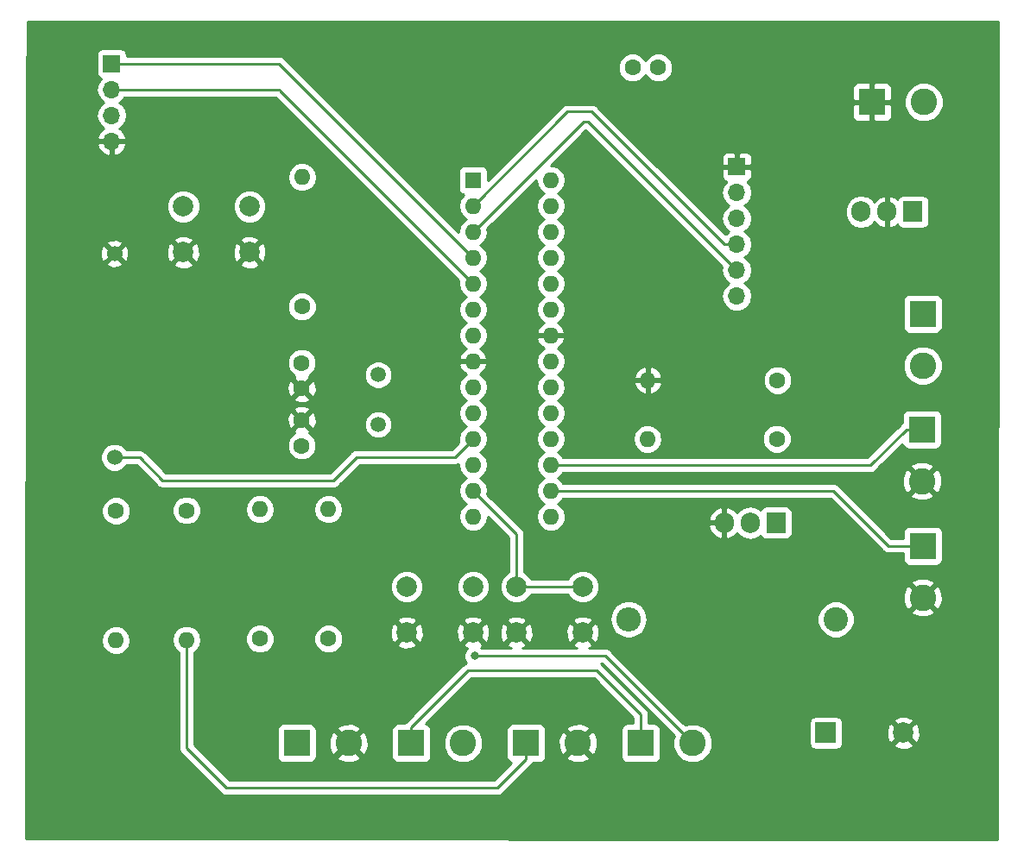
<source format=gbr>
G04 #@! TF.GenerationSoftware,KiCad,Pcbnew,(5.0.2)-1*
G04 #@! TF.CreationDate,2019-02-17T16:43:36+01:00*
G04 #@! TF.ProjectId,_saved_lasergame vs,5f736176-6564-45f6-9c61-73657267616d,rev?*
G04 #@! TF.SameCoordinates,Original*
G04 #@! TF.FileFunction,Copper,L2,Bot*
G04 #@! TF.FilePolarity,Positive*
%FSLAX46Y46*%
G04 Gerber Fmt 4.6, Leading zero omitted, Abs format (unit mm)*
G04 Created by KiCad (PCBNEW (5.0.2)-1) date 17/02/2019 16:43:36*
%MOMM*%
%LPD*%
G01*
G04 APERTURE LIST*
G04 #@! TA.AperFunction,ComponentPad*
%ADD10R,2.000000X2.000000*%
G04 #@! TD*
G04 #@! TA.AperFunction,ComponentPad*
%ADD11C,2.000000*%
G04 #@! TD*
G04 #@! TA.AperFunction,ComponentPad*
%ADD12C,1.600000*%
G04 #@! TD*
G04 #@! TA.AperFunction,ComponentPad*
%ADD13C,2.600000*%
G04 #@! TD*
G04 #@! TA.AperFunction,ComponentPad*
%ADD14R,2.600000X2.600000*%
G04 #@! TD*
G04 #@! TA.AperFunction,ComponentPad*
%ADD15R,1.700000X1.700000*%
G04 #@! TD*
G04 #@! TA.AperFunction,ComponentPad*
%ADD16O,1.700000X1.700000*%
G04 #@! TD*
G04 #@! TA.AperFunction,ComponentPad*
%ADD17R,1.905000X2.000000*%
G04 #@! TD*
G04 #@! TA.AperFunction,ComponentPad*
%ADD18O,1.905000X2.000000*%
G04 #@! TD*
G04 #@! TA.AperFunction,ComponentPad*
%ADD19O,1.600000X1.600000*%
G04 #@! TD*
G04 #@! TA.AperFunction,ComponentPad*
%ADD20C,2.400000*%
G04 #@! TD*
G04 #@! TA.AperFunction,ComponentPad*
%ADD21O,2.400000X2.400000*%
G04 #@! TD*
G04 #@! TA.AperFunction,ComponentPad*
%ADD22C,1.524000*%
G04 #@! TD*
G04 #@! TA.AperFunction,ComponentPad*
%ADD23R,1.600000X1.600000*%
G04 #@! TD*
G04 #@! TA.AperFunction,ComponentPad*
%ADD24C,1.500000*%
G04 #@! TD*
G04 #@! TA.AperFunction,ViaPad*
%ADD25C,0.800000*%
G04 #@! TD*
G04 #@! TA.AperFunction,Conductor*
%ADD26C,0.250000*%
G04 #@! TD*
G04 #@! TA.AperFunction,Conductor*
%ADD27C,0.254000*%
G04 #@! TD*
G04 APERTURE END LIST*
D10*
G04 #@! TO.P,BZ1,1*
G04 #@! TO.N,Buzzer*
X180040000Y-132740000D03*
D11*
G04 #@! TO.P,BZ1,2*
G04 #@! TO.N,GND*
X187640000Y-132740000D03*
G04 #@! TD*
D12*
G04 #@! TO.P,C1,1*
G04 #@! TO.N,GND*
X128650000Y-98950000D03*
G04 #@! TO.P,C1,2*
G04 #@! TO.N,Net-(C1-Pad2)*
X128650000Y-96450000D03*
G04 #@! TD*
G04 #@! TO.P,C2,2*
G04 #@! TO.N,Net-(C2-Pad2)*
X128650000Y-104550000D03*
G04 #@! TO.P,C2,1*
G04 #@! TO.N,GND*
X128650000Y-102050000D03*
G04 #@! TD*
G04 #@! TO.P,C3,1*
G04 #@! TO.N,DTR*
X163610000Y-67450000D03*
G04 #@! TO.P,C3,2*
G04 #@! TO.N,resetpin*
X161110000Y-67450000D03*
G04 #@! TD*
D13*
G04 #@! TO.P,J1,2*
G04 #@! TO.N,+9V*
X189650000Y-70830000D03*
D14*
G04 #@! TO.P,J1,1*
G04 #@! TO.N,GND*
X184570000Y-70830000D03*
G04 #@! TD*
G04 #@! TO.P,J2,1*
G04 #@! TO.N,LED_GREEN*
X139400000Y-133750000D03*
D13*
G04 #@! TO.P,J2,2*
G04 #@! TO.N,LED_RED*
X144480000Y-133750000D03*
G04 #@! TD*
D15*
G04 #@! TO.P,J3,1*
G04 #@! TO.N,Clock*
X110000000Y-67050000D03*
D16*
G04 #@! TO.P,J3,2*
G04 #@! TO.N,DIO*
X110000000Y-69590000D03*
G04 #@! TO.P,J3,3*
G04 #@! TO.N,5V*
X110000000Y-72130000D03*
G04 #@! TO.P,J3,4*
G04 #@! TO.N,GND*
X110000000Y-74670000D03*
G04 #@! TD*
D13*
G04 #@! TO.P,J4,2*
G04 #@! TO.N,GND*
X189550000Y-119450000D03*
D14*
G04 #@! TO.P,J4,1*
G04 #@! TO.N,Trigger*
X189550000Y-114370000D03*
G04 #@! TD*
G04 #@! TO.P,J5,1*
G04 #@! TO.N,Reload*
X189470000Y-102940000D03*
D13*
G04 #@! TO.P,J5,2*
G04 #@! TO.N,GND*
X189470000Y-108020000D03*
G04 #@! TD*
D14*
G04 #@! TO.P,J6,1*
G04 #@! TO.N,5V*
X189540000Y-91610000D03*
D13*
G04 #@! TO.P,J6,2*
G04 #@! TO.N,Net-(J6-Pad2)*
X189540000Y-96690000D03*
G04 #@! TD*
D15*
G04 #@! TO.P,J7,1*
G04 #@! TO.N,GND*
X171295001Y-77175001D03*
D16*
G04 #@! TO.P,J7,2*
G04 #@! TO.N,N/C*
X171295001Y-79715001D03*
G04 #@! TO.P,J7,3*
G04 #@! TO.N,5V*
X171295001Y-82255001D03*
G04 #@! TO.P,J7,4*
G04 #@! TO.N,RX*
X171295001Y-84795001D03*
G04 #@! TO.P,J7,5*
G04 #@! TO.N,TX*
X171295001Y-87335001D03*
G04 #@! TO.P,J7,6*
G04 #@! TO.N,DTR*
X171295001Y-89875001D03*
G04 #@! TD*
D14*
G04 #@! TO.P,J8,1*
G04 #@! TO.N,LDR_BACK*
X128150000Y-133750000D03*
D13*
G04 #@! TO.P,J8,2*
G04 #@! TO.N,GND*
X133230000Y-133750000D03*
G04 #@! TD*
G04 #@! TO.P,J10,2*
G04 #@! TO.N,LED_RED*
X166980000Y-133750000D03*
D14*
G04 #@! TO.P,J10,1*
G04 #@! TO.N,LED_GREEN*
X161900000Y-133750000D03*
G04 #@! TD*
D13*
G04 #@! TO.P,J11,2*
G04 #@! TO.N,GND*
X155730000Y-133750000D03*
D14*
G04 #@! TO.P,J11,1*
G04 #@! TO.N,LDR_FRONT*
X150650000Y-133750000D03*
G04 #@! TD*
D17*
G04 #@! TO.P,Q1,1*
G04 #@! TO.N,Light*
X175150000Y-112120000D03*
D18*
G04 #@! TO.P,Q1,2*
G04 #@! TO.N,Net-(Q1-Pad2)*
X172610000Y-112120000D03*
G04 #@! TO.P,Q1,3*
G04 #@! TO.N,GND*
X170070000Y-112120000D03*
G04 #@! TD*
D12*
G04 #@! TO.P,R1,1*
G04 #@! TO.N,LED_GREEN*
X124550000Y-123500000D03*
D19*
G04 #@! TO.P,R1,2*
G04 #@! TO.N,Net-(R1-Pad2)*
X124550000Y-110800000D03*
G04 #@! TD*
D12*
G04 #@! TO.P,R2,1*
G04 #@! TO.N,5V*
X128680000Y-90910000D03*
D19*
G04 #@! TO.P,R2,2*
G04 #@! TO.N,resetpin*
X128680000Y-78210000D03*
G04 #@! TD*
D20*
G04 #@! TO.P,R3,1*
G04 #@! TO.N,Net-(J6-Pad2)*
X181020000Y-121600000D03*
D21*
G04 #@! TO.P,R3,2*
G04 #@! TO.N,Net-(Q1-Pad2)*
X160700000Y-121600000D03*
G04 #@! TD*
D19*
G04 #@! TO.P,R4,2*
G04 #@! TO.N,Net-(R4-Pad2)*
X131250000Y-110800000D03*
D12*
G04 #@! TO.P,R4,1*
G04 #@! TO.N,LED_RED*
X131250000Y-123500000D03*
G04 #@! TD*
G04 #@! TO.P,R5,1*
G04 #@! TO.N,5V*
X110420000Y-110950000D03*
D19*
G04 #@! TO.P,R5,2*
G04 #@! TO.N,LDR_BACK*
X110420000Y-123650000D03*
G04 #@! TD*
G04 #@! TO.P,R6,2*
G04 #@! TO.N,LDR_FRONT*
X117350000Y-123600000D03*
D12*
G04 #@! TO.P,R6,1*
G04 #@! TO.N,5V*
X117350000Y-110900000D03*
G04 #@! TD*
G04 #@! TO.P,R7,1*
G04 #@! TO.N,Light*
X175300000Y-98130000D03*
D19*
G04 #@! TO.P,R7,2*
G04 #@! TO.N,GND*
X162600000Y-98130000D03*
G04 #@! TD*
G04 #@! TO.P,R8,2*
G04 #@! TO.N,Net-(R8-Pad2)*
X162550000Y-103900000D03*
D12*
G04 #@! TO.P,R8,1*
G04 #@! TO.N,Light*
X175250000Y-103900000D03*
G04 #@! TD*
D11*
G04 #@! TO.P,SW1,2*
G04 #@! TO.N,GND*
X117030000Y-85570000D03*
G04 #@! TO.P,SW1,1*
G04 #@! TO.N,resetpin*
X117030000Y-81070000D03*
G04 #@! TO.P,SW1,2*
G04 #@! TO.N,GND*
X123530000Y-85570000D03*
G04 #@! TO.P,SW1,1*
G04 #@! TO.N,resetpin*
X123530000Y-81070000D03*
G04 #@! TD*
D22*
G04 #@! TO.P,SW2,1*
G04 #@! TO.N,ResetButton*
X110300000Y-105700000D03*
G04 #@! TO.P,SW2,2*
G04 #@! TO.N,GND*
X110300000Y-85700000D03*
G04 #@! TD*
D11*
G04 #@! TO.P,SW3,1*
G04 #@! TO.N,SelectButton*
X156200000Y-118400000D03*
G04 #@! TO.P,SW3,2*
G04 #@! TO.N,GND*
X156200000Y-122900000D03*
G04 #@! TO.P,SW3,1*
G04 #@! TO.N,SelectButton*
X149700000Y-118400000D03*
G04 #@! TO.P,SW3,2*
G04 #@! TO.N,GND*
X149700000Y-122900000D03*
G04 #@! TD*
G04 #@! TO.P,SW4,2*
G04 #@! TO.N,GND*
X138950000Y-122900000D03*
G04 #@! TO.P,SW4,1*
G04 #@! TO.N,Scroll*
X138950000Y-118400000D03*
G04 #@! TO.P,SW4,2*
G04 #@! TO.N,GND*
X145450000Y-122900000D03*
G04 #@! TO.P,SW4,1*
G04 #@! TO.N,Scroll*
X145450000Y-118400000D03*
G04 #@! TD*
D23*
G04 #@! TO.P,U1,1*
G04 #@! TO.N,resetpin*
X145450000Y-78500000D03*
D19*
G04 #@! TO.P,U1,15*
G04 #@! TO.N,Buzzer*
X153070000Y-111520000D03*
G04 #@! TO.P,U1,2*
G04 #@! TO.N,RX*
X145450000Y-81040000D03*
G04 #@! TO.P,U1,16*
G04 #@! TO.N,Trigger*
X153070000Y-108980000D03*
G04 #@! TO.P,U1,3*
G04 #@! TO.N,TX*
X145450000Y-83580000D03*
G04 #@! TO.P,U1,17*
G04 #@! TO.N,Reload*
X153070000Y-106440000D03*
G04 #@! TO.P,U1,4*
G04 #@! TO.N,Clock*
X145450000Y-86120000D03*
G04 #@! TO.P,U1,18*
G04 #@! TO.N,Net-(R8-Pad2)*
X153070000Y-103900000D03*
G04 #@! TO.P,U1,5*
G04 #@! TO.N,DIO*
X145450000Y-88660000D03*
G04 #@! TO.P,U1,19*
G04 #@! TO.N,N/C*
X153070000Y-101360000D03*
G04 #@! TO.P,U1,6*
G04 #@! TO.N,Net-(R1-Pad2)*
X145450000Y-91200000D03*
G04 #@! TO.P,U1,20*
G04 #@! TO.N,5V*
X153070000Y-98820000D03*
G04 #@! TO.P,U1,7*
X145450000Y-93740000D03*
G04 #@! TO.P,U1,21*
X153070000Y-96280000D03*
G04 #@! TO.P,U1,8*
G04 #@! TO.N,GND*
X145450000Y-96280000D03*
G04 #@! TO.P,U1,22*
X153070000Y-93740000D03*
G04 #@! TO.P,U1,9*
G04 #@! TO.N,Net-(C1-Pad2)*
X145450000Y-98820000D03*
G04 #@! TO.P,U1,23*
G04 #@! TO.N,N/C*
X153070000Y-91200000D03*
G04 #@! TO.P,U1,10*
G04 #@! TO.N,Net-(C2-Pad2)*
X145450000Y-101360000D03*
G04 #@! TO.P,U1,24*
G04 #@! TO.N,N/C*
X153070000Y-88660000D03*
G04 #@! TO.P,U1,11*
G04 #@! TO.N,ResetButton*
X145450000Y-103900000D03*
G04 #@! TO.P,U1,25*
G04 #@! TO.N,N/C*
X153070000Y-86120000D03*
G04 #@! TO.P,U1,12*
G04 #@! TO.N,Net-(R4-Pad2)*
X145450000Y-106440000D03*
G04 #@! TO.P,U1,26*
G04 #@! TO.N,LDR_FRONT*
X153070000Y-83580000D03*
G04 #@! TO.P,U1,13*
G04 #@! TO.N,SelectButton*
X145450000Y-108980000D03*
G04 #@! TO.P,U1,27*
G04 #@! TO.N,LDR_BACK*
X153070000Y-81040000D03*
G04 #@! TO.P,U1,14*
G04 #@! TO.N,Scroll*
X145450000Y-111520000D03*
G04 #@! TO.P,U1,28*
G04 #@! TO.N,N/C*
X153070000Y-78500000D03*
G04 #@! TD*
D18*
G04 #@! TO.P,U2,3*
G04 #@! TO.N,5V*
X183500000Y-81600000D03*
G04 #@! TO.P,U2,2*
G04 #@! TO.N,GND*
X186040000Y-81600000D03*
D17*
G04 #@! TO.P,U2,1*
G04 #@! TO.N,+9V*
X188580000Y-81600000D03*
G04 #@! TD*
D24*
G04 #@! TO.P,Y1,1*
G04 #@! TO.N,Net-(C1-Pad2)*
X136150000Y-97600000D03*
G04 #@! TO.P,Y1,2*
G04 #@! TO.N,Net-(C2-Pad2)*
X136150000Y-102480000D03*
G04 #@! TD*
D25*
G04 #@! TO.N,LED_RED*
X145600000Y-125200000D03*
G04 #@! TD*
D26*
G04 #@! TO.N,LED_GREEN*
X161900000Y-130920000D02*
X161900000Y-133750000D01*
X157600000Y-126620000D02*
X161900000Y-130920000D01*
X144980000Y-126620000D02*
X157600000Y-126620000D01*
X139400000Y-133750000D02*
X139400000Y-132200000D01*
X139400000Y-132200000D02*
X144980000Y-126620000D01*
G04 #@! TO.N,LED_RED*
X158430000Y-125200000D02*
X166980000Y-133750000D01*
X145600000Y-125200000D02*
X158430000Y-125200000D01*
G04 #@! TO.N,DIO*
X110000000Y-69590000D02*
X126460000Y-69590000D01*
X126460000Y-69670000D02*
X145450000Y-88660000D01*
X126460000Y-69590000D02*
X126460000Y-69670000D01*
G04 #@! TO.N,Clock*
X126380000Y-67050000D02*
X145450000Y-86120000D01*
X110000000Y-67050000D02*
X126380000Y-67050000D01*
G04 #@! TO.N,Trigger*
X186160000Y-114370000D02*
X189550000Y-114370000D01*
X180800000Y-109010000D02*
X186160000Y-114370000D01*
X154231370Y-109010000D02*
X180800000Y-109010000D01*
X153070000Y-108980000D02*
X154201370Y-108980000D01*
X154201370Y-108980000D02*
X154231370Y-109010000D01*
G04 #@! TO.N,Reload*
X154201370Y-106440000D02*
X154221370Y-106460000D01*
X153070000Y-106440000D02*
X154201370Y-106440000D01*
X187920000Y-102940000D02*
X189470000Y-102940000D01*
X184400000Y-106460000D02*
X187920000Y-102940000D01*
X154221370Y-106460000D02*
X184400000Y-106460000D01*
G04 #@! TO.N,TX*
X171295001Y-87335001D02*
X156730000Y-72770000D01*
X156260000Y-72770000D02*
X145450000Y-83580000D01*
X156730000Y-72770000D02*
X156260000Y-72770000D01*
G04 #@! TO.N,RX*
X170092920Y-84795001D02*
X157077919Y-71780000D01*
X171295001Y-84795001D02*
X170092920Y-84795001D01*
X154710000Y-71780000D02*
X145450000Y-81040000D01*
X157077919Y-71780000D02*
X154710000Y-71780000D01*
G04 #@! TO.N,LDR_FRONT*
X150650000Y-135300000D02*
X147810000Y-138140000D01*
X150650000Y-133750000D02*
X150650000Y-135300000D01*
X147810000Y-138140000D02*
X121250000Y-138140000D01*
X117350000Y-134240000D02*
X117350000Y-123600000D01*
X121250000Y-138140000D02*
X117350000Y-134240000D01*
G04 #@! TO.N,ResetButton*
X143674999Y-105675001D02*
X134024999Y-105675001D01*
X145450000Y-103900000D02*
X143674999Y-105675001D01*
X134024999Y-105675001D02*
X131760000Y-107940000D01*
X131760000Y-107940000D02*
X114990000Y-107940000D01*
X112750000Y-105700000D02*
X110300000Y-105700000D01*
X114990000Y-107940000D02*
X112750000Y-105700000D01*
G04 #@! TO.N,SelectButton*
X149700000Y-113230000D02*
X149700000Y-118400000D01*
X145450000Y-108980000D02*
X149700000Y-113230000D01*
X151114213Y-118400000D02*
X156200000Y-118400000D01*
X149700000Y-118400000D02*
X151114213Y-118400000D01*
G04 #@! TD*
D27*
G04 #@! TO.N,GND*
G36*
X196836089Y-143174434D02*
X101579818Y-143095571D01*
X101615961Y-123650000D01*
X108956887Y-123650000D01*
X109068260Y-124209909D01*
X109385423Y-124684577D01*
X109860091Y-125001740D01*
X110278667Y-125085000D01*
X110561333Y-125085000D01*
X110979909Y-125001740D01*
X111454577Y-124684577D01*
X111771740Y-124209909D01*
X111883113Y-123650000D01*
X111873168Y-123600000D01*
X115886887Y-123600000D01*
X115998260Y-124159909D01*
X116315423Y-124634577D01*
X116590001Y-124818044D01*
X116590000Y-134165153D01*
X116575112Y-134240000D01*
X116590000Y-134314847D01*
X116590000Y-134314851D01*
X116634096Y-134536536D01*
X116802071Y-134787929D01*
X116865530Y-134830331D01*
X120659671Y-138624473D01*
X120702071Y-138687929D01*
X120953463Y-138855904D01*
X121175148Y-138900000D01*
X121175153Y-138900000D01*
X121250000Y-138914888D01*
X121324847Y-138900000D01*
X147735153Y-138900000D01*
X147810000Y-138914888D01*
X147884847Y-138900000D01*
X147884852Y-138900000D01*
X148106537Y-138855904D01*
X148357929Y-138687929D01*
X148400331Y-138624470D01*
X151134473Y-135890329D01*
X151197929Y-135847929D01*
X151298483Y-135697440D01*
X151950000Y-135697440D01*
X152197765Y-135648157D01*
X152407809Y-135507809D01*
X152548157Y-135297765D01*
X152583623Y-135119459D01*
X154540146Y-135119459D01*
X154675504Y-135417455D01*
X155393880Y-135694066D01*
X156163427Y-135674710D01*
X156784496Y-135417455D01*
X156919854Y-135119459D01*
X155730000Y-133929605D01*
X154540146Y-135119459D01*
X152583623Y-135119459D01*
X152597440Y-135050000D01*
X152597440Y-133413880D01*
X153785934Y-133413880D01*
X153805290Y-134183427D01*
X154062545Y-134804496D01*
X154360541Y-134939854D01*
X155550395Y-133750000D01*
X155909605Y-133750000D01*
X157099459Y-134939854D01*
X157397455Y-134804496D01*
X157674066Y-134086120D01*
X157654710Y-133316573D01*
X157397455Y-132695504D01*
X157099459Y-132560146D01*
X155909605Y-133750000D01*
X155550395Y-133750000D01*
X154360541Y-132560146D01*
X154062545Y-132695504D01*
X153785934Y-133413880D01*
X152597440Y-133413880D01*
X152597440Y-132450000D01*
X152583624Y-132380541D01*
X154540146Y-132380541D01*
X155730000Y-133570395D01*
X156919854Y-132380541D01*
X156784496Y-132082545D01*
X156066120Y-131805934D01*
X155296573Y-131825290D01*
X154675504Y-132082545D01*
X154540146Y-132380541D01*
X152583624Y-132380541D01*
X152548157Y-132202235D01*
X152407809Y-131992191D01*
X152197765Y-131851843D01*
X151950000Y-131802560D01*
X149350000Y-131802560D01*
X149102235Y-131851843D01*
X148892191Y-131992191D01*
X148751843Y-132202235D01*
X148702560Y-132450000D01*
X148702560Y-135050000D01*
X148751843Y-135297765D01*
X148892191Y-135507809D01*
X149102235Y-135648157D01*
X149206335Y-135668864D01*
X147495199Y-137380000D01*
X121564802Y-137380000D01*
X118110000Y-133925199D01*
X118110000Y-132450000D01*
X126202560Y-132450000D01*
X126202560Y-135050000D01*
X126251843Y-135297765D01*
X126392191Y-135507809D01*
X126602235Y-135648157D01*
X126850000Y-135697440D01*
X129450000Y-135697440D01*
X129697765Y-135648157D01*
X129907809Y-135507809D01*
X130048157Y-135297765D01*
X130083623Y-135119459D01*
X132040146Y-135119459D01*
X132175504Y-135417455D01*
X132893880Y-135694066D01*
X133663427Y-135674710D01*
X134284496Y-135417455D01*
X134419854Y-135119459D01*
X133230000Y-133929605D01*
X132040146Y-135119459D01*
X130083623Y-135119459D01*
X130097440Y-135050000D01*
X130097440Y-133413880D01*
X131285934Y-133413880D01*
X131305290Y-134183427D01*
X131562545Y-134804496D01*
X131860541Y-134939854D01*
X133050395Y-133750000D01*
X133409605Y-133750000D01*
X134599459Y-134939854D01*
X134897455Y-134804496D01*
X135174066Y-134086120D01*
X135154710Y-133316573D01*
X134897455Y-132695504D01*
X134599459Y-132560146D01*
X133409605Y-133750000D01*
X133050395Y-133750000D01*
X131860541Y-132560146D01*
X131562545Y-132695504D01*
X131285934Y-133413880D01*
X130097440Y-133413880D01*
X130097440Y-132450000D01*
X130083624Y-132380541D01*
X132040146Y-132380541D01*
X133230000Y-133570395D01*
X134350395Y-132450000D01*
X137452560Y-132450000D01*
X137452560Y-135050000D01*
X137501843Y-135297765D01*
X137642191Y-135507809D01*
X137852235Y-135648157D01*
X138100000Y-135697440D01*
X140700000Y-135697440D01*
X140947765Y-135648157D01*
X141157809Y-135507809D01*
X141298157Y-135297765D01*
X141347440Y-135050000D01*
X141347440Y-133365105D01*
X142545000Y-133365105D01*
X142545000Y-134134895D01*
X142839586Y-134846090D01*
X143383910Y-135390414D01*
X144095105Y-135685000D01*
X144864895Y-135685000D01*
X145576090Y-135390414D01*
X146120414Y-134846090D01*
X146415000Y-134134895D01*
X146415000Y-133365105D01*
X146120414Y-132653910D01*
X145576090Y-132109586D01*
X144864895Y-131815000D01*
X144095105Y-131815000D01*
X143383910Y-132109586D01*
X142839586Y-132653910D01*
X142545000Y-133365105D01*
X141347440Y-133365105D01*
X141347440Y-132450000D01*
X141298157Y-132202235D01*
X141157809Y-131992191D01*
X140947765Y-131851843D01*
X140843665Y-131831136D01*
X145294802Y-127380000D01*
X157285199Y-127380000D01*
X161140000Y-131234803D01*
X161140000Y-131802560D01*
X160600000Y-131802560D01*
X160352235Y-131851843D01*
X160142191Y-131992191D01*
X160001843Y-132202235D01*
X159952560Y-132450000D01*
X159952560Y-135050000D01*
X160001843Y-135297765D01*
X160142191Y-135507809D01*
X160352235Y-135648157D01*
X160600000Y-135697440D01*
X163200000Y-135697440D01*
X163447765Y-135648157D01*
X163657809Y-135507809D01*
X163798157Y-135297765D01*
X163847440Y-135050000D01*
X163847440Y-132450000D01*
X163798157Y-132202235D01*
X163657809Y-131992191D01*
X163447765Y-131851843D01*
X163200000Y-131802560D01*
X162660000Y-131802560D01*
X162660000Y-130994846D01*
X162674888Y-130919999D01*
X162660000Y-130845152D01*
X162660000Y-130845148D01*
X162615904Y-130623463D01*
X162574102Y-130560902D01*
X162490329Y-130435526D01*
X162490327Y-130435524D01*
X162447929Y-130372071D01*
X162384476Y-130329673D01*
X158190331Y-126135530D01*
X158147929Y-126072071D01*
X157980203Y-125960000D01*
X158115199Y-125960000D01*
X165184213Y-133029015D01*
X165045000Y-133365105D01*
X165045000Y-134134895D01*
X165339586Y-134846090D01*
X165883910Y-135390414D01*
X166595105Y-135685000D01*
X167364895Y-135685000D01*
X168076090Y-135390414D01*
X168620414Y-134846090D01*
X168915000Y-134134895D01*
X168915000Y-133365105D01*
X168620414Y-132653910D01*
X168076090Y-132109586D01*
X167364895Y-131815000D01*
X166595105Y-131815000D01*
X166259015Y-131954213D01*
X166044802Y-131740000D01*
X178392560Y-131740000D01*
X178392560Y-133740000D01*
X178441843Y-133987765D01*
X178582191Y-134197809D01*
X178792235Y-134338157D01*
X179040000Y-134387440D01*
X181040000Y-134387440D01*
X181287765Y-134338157D01*
X181497809Y-134197809D01*
X181638157Y-133987765D01*
X181657099Y-133892532D01*
X186667073Y-133892532D01*
X186765736Y-134159387D01*
X187375461Y-134385908D01*
X188025460Y-134361856D01*
X188514264Y-134159387D01*
X188612927Y-133892532D01*
X187640000Y-132919605D01*
X186667073Y-133892532D01*
X181657099Y-133892532D01*
X181687440Y-133740000D01*
X181687440Y-132475461D01*
X185994092Y-132475461D01*
X186018144Y-133125460D01*
X186220613Y-133614264D01*
X186487468Y-133712927D01*
X187460395Y-132740000D01*
X187819605Y-132740000D01*
X188792532Y-133712927D01*
X189059387Y-133614264D01*
X189285908Y-133004539D01*
X189261856Y-132354540D01*
X189059387Y-131865736D01*
X188792532Y-131767073D01*
X187819605Y-132740000D01*
X187460395Y-132740000D01*
X186487468Y-131767073D01*
X186220613Y-131865736D01*
X185994092Y-132475461D01*
X181687440Y-132475461D01*
X181687440Y-131740000D01*
X181657100Y-131587468D01*
X186667073Y-131587468D01*
X187640000Y-132560395D01*
X188612927Y-131587468D01*
X188514264Y-131320613D01*
X187904539Y-131094092D01*
X187254540Y-131118144D01*
X186765736Y-131320613D01*
X186667073Y-131587468D01*
X181657100Y-131587468D01*
X181638157Y-131492235D01*
X181497809Y-131282191D01*
X181287765Y-131141843D01*
X181040000Y-131092560D01*
X179040000Y-131092560D01*
X178792235Y-131141843D01*
X178582191Y-131282191D01*
X178441843Y-131492235D01*
X178392560Y-131740000D01*
X166044802Y-131740000D01*
X159020331Y-124715530D01*
X158977929Y-124652071D01*
X158726537Y-124484096D01*
X158504852Y-124440000D01*
X158504847Y-124440000D01*
X158430000Y-124425112D01*
X158355153Y-124440000D01*
X156783078Y-124440000D01*
X157074264Y-124319387D01*
X157172927Y-124052532D01*
X156200000Y-123079605D01*
X155227073Y-124052532D01*
X155325736Y-124319387D01*
X155650389Y-124440000D01*
X150283078Y-124440000D01*
X150574264Y-124319387D01*
X150672927Y-124052532D01*
X149700000Y-123079605D01*
X148727073Y-124052532D01*
X148825736Y-124319387D01*
X149150389Y-124440000D01*
X146303711Y-124440000D01*
X146224445Y-124360734D01*
X146324264Y-124319387D01*
X146422927Y-124052532D01*
X145450000Y-123079605D01*
X144477073Y-124052532D01*
X144575736Y-124319387D01*
X144897400Y-124438889D01*
X144722569Y-124613720D01*
X144565000Y-124994126D01*
X144565000Y-125405874D01*
X144722569Y-125786280D01*
X144814350Y-125878061D01*
X144731605Y-125894520D01*
X144683462Y-125904096D01*
X144496418Y-126029076D01*
X144432071Y-126072071D01*
X144389671Y-126135527D01*
X138915528Y-131609671D01*
X138852072Y-131652071D01*
X138809672Y-131715527D01*
X138809671Y-131715528D01*
X138751518Y-131802560D01*
X138100000Y-131802560D01*
X137852235Y-131851843D01*
X137642191Y-131992191D01*
X137501843Y-132202235D01*
X137452560Y-132450000D01*
X134350395Y-132450000D01*
X134419854Y-132380541D01*
X134284496Y-132082545D01*
X133566120Y-131805934D01*
X132796573Y-131825290D01*
X132175504Y-132082545D01*
X132040146Y-132380541D01*
X130083624Y-132380541D01*
X130048157Y-132202235D01*
X129907809Y-131992191D01*
X129697765Y-131851843D01*
X129450000Y-131802560D01*
X126850000Y-131802560D01*
X126602235Y-131851843D01*
X126392191Y-131992191D01*
X126251843Y-132202235D01*
X126202560Y-132450000D01*
X118110000Y-132450000D01*
X118110000Y-124818043D01*
X118384577Y-124634577D01*
X118701740Y-124159909D01*
X118813113Y-123600000D01*
X118736445Y-123214561D01*
X123115000Y-123214561D01*
X123115000Y-123785439D01*
X123333466Y-124312862D01*
X123737138Y-124716534D01*
X124264561Y-124935000D01*
X124835439Y-124935000D01*
X125362862Y-124716534D01*
X125766534Y-124312862D01*
X125985000Y-123785439D01*
X125985000Y-123214561D01*
X129815000Y-123214561D01*
X129815000Y-123785439D01*
X130033466Y-124312862D01*
X130437138Y-124716534D01*
X130964561Y-124935000D01*
X131535439Y-124935000D01*
X132062862Y-124716534D01*
X132466534Y-124312862D01*
X132574366Y-124052532D01*
X137977073Y-124052532D01*
X138075736Y-124319387D01*
X138685461Y-124545908D01*
X139335460Y-124521856D01*
X139824264Y-124319387D01*
X139922927Y-124052532D01*
X138950000Y-123079605D01*
X137977073Y-124052532D01*
X132574366Y-124052532D01*
X132685000Y-123785439D01*
X132685000Y-123214561D01*
X132466534Y-122687138D01*
X132414857Y-122635461D01*
X137304092Y-122635461D01*
X137328144Y-123285460D01*
X137530613Y-123774264D01*
X137797468Y-123872927D01*
X138770395Y-122900000D01*
X139129605Y-122900000D01*
X140102532Y-123872927D01*
X140369387Y-123774264D01*
X140595908Y-123164539D01*
X140576331Y-122635461D01*
X143804092Y-122635461D01*
X143828144Y-123285460D01*
X144030613Y-123774264D01*
X144297468Y-123872927D01*
X145270395Y-122900000D01*
X145629605Y-122900000D01*
X146602532Y-123872927D01*
X146869387Y-123774264D01*
X147095908Y-123164539D01*
X147076331Y-122635461D01*
X148054092Y-122635461D01*
X148078144Y-123285460D01*
X148280613Y-123774264D01*
X148547468Y-123872927D01*
X149520395Y-122900000D01*
X149879605Y-122900000D01*
X150852532Y-123872927D01*
X151119387Y-123774264D01*
X151345908Y-123164539D01*
X151326331Y-122635461D01*
X154554092Y-122635461D01*
X154578144Y-123285460D01*
X154780613Y-123774264D01*
X155047468Y-123872927D01*
X156020395Y-122900000D01*
X156379605Y-122900000D01*
X157352532Y-123872927D01*
X157619387Y-123774264D01*
X157845908Y-123164539D01*
X157821856Y-122514540D01*
X157619387Y-122025736D01*
X157352532Y-121927073D01*
X156379605Y-122900000D01*
X156020395Y-122900000D01*
X155047468Y-121927073D01*
X154780613Y-122025736D01*
X154554092Y-122635461D01*
X151326331Y-122635461D01*
X151321856Y-122514540D01*
X151119387Y-122025736D01*
X150852532Y-121927073D01*
X149879605Y-122900000D01*
X149520395Y-122900000D01*
X148547468Y-121927073D01*
X148280613Y-122025736D01*
X148054092Y-122635461D01*
X147076331Y-122635461D01*
X147071856Y-122514540D01*
X146869387Y-122025736D01*
X146602532Y-121927073D01*
X145629605Y-122900000D01*
X145270395Y-122900000D01*
X144297468Y-121927073D01*
X144030613Y-122025736D01*
X143804092Y-122635461D01*
X140576331Y-122635461D01*
X140571856Y-122514540D01*
X140369387Y-122025736D01*
X140102532Y-121927073D01*
X139129605Y-122900000D01*
X138770395Y-122900000D01*
X137797468Y-121927073D01*
X137530613Y-122025736D01*
X137304092Y-122635461D01*
X132414857Y-122635461D01*
X132062862Y-122283466D01*
X131535439Y-122065000D01*
X130964561Y-122065000D01*
X130437138Y-122283466D01*
X130033466Y-122687138D01*
X129815000Y-123214561D01*
X125985000Y-123214561D01*
X125766534Y-122687138D01*
X125362862Y-122283466D01*
X124835439Y-122065000D01*
X124264561Y-122065000D01*
X123737138Y-122283466D01*
X123333466Y-122687138D01*
X123115000Y-123214561D01*
X118736445Y-123214561D01*
X118701740Y-123040091D01*
X118384577Y-122565423D01*
X117909909Y-122248260D01*
X117491333Y-122165000D01*
X117208667Y-122165000D01*
X116790091Y-122248260D01*
X116315423Y-122565423D01*
X115998260Y-123040091D01*
X115886887Y-123600000D01*
X111873168Y-123600000D01*
X111771740Y-123090091D01*
X111454577Y-122615423D01*
X110979909Y-122298260D01*
X110561333Y-122215000D01*
X110278667Y-122215000D01*
X109860091Y-122298260D01*
X109385423Y-122615423D01*
X109068260Y-123090091D01*
X108956887Y-123650000D01*
X101615961Y-123650000D01*
X101619497Y-121747468D01*
X137977073Y-121747468D01*
X138950000Y-122720395D01*
X139922927Y-121747468D01*
X144477073Y-121747468D01*
X145450000Y-122720395D01*
X146422927Y-121747468D01*
X148727073Y-121747468D01*
X149700000Y-122720395D01*
X150672927Y-121747468D01*
X155227073Y-121747468D01*
X156200000Y-122720395D01*
X157172927Y-121747468D01*
X157118405Y-121600000D01*
X158829051Y-121600000D01*
X158971469Y-122315981D01*
X159377039Y-122922961D01*
X159984019Y-123328531D01*
X160519273Y-123435000D01*
X160880727Y-123435000D01*
X161415981Y-123328531D01*
X162022961Y-122922961D01*
X162428531Y-122315981D01*
X162570949Y-121600000D01*
X162498345Y-121234996D01*
X179185000Y-121234996D01*
X179185000Y-121965004D01*
X179464362Y-122639444D01*
X179980556Y-123155638D01*
X180654996Y-123435000D01*
X181385004Y-123435000D01*
X182059444Y-123155638D01*
X182575638Y-122639444D01*
X182855000Y-121965004D01*
X182855000Y-121234996D01*
X182682880Y-120819459D01*
X188360146Y-120819459D01*
X188495504Y-121117455D01*
X189213880Y-121394066D01*
X189983427Y-121374710D01*
X190604496Y-121117455D01*
X190739854Y-120819459D01*
X189550000Y-119629605D01*
X188360146Y-120819459D01*
X182682880Y-120819459D01*
X182575638Y-120560556D01*
X182059444Y-120044362D01*
X181385004Y-119765000D01*
X180654996Y-119765000D01*
X179980556Y-120044362D01*
X179464362Y-120560556D01*
X179185000Y-121234996D01*
X162498345Y-121234996D01*
X162428531Y-120884019D01*
X162022961Y-120277039D01*
X161415981Y-119871469D01*
X160880727Y-119765000D01*
X160519273Y-119765000D01*
X159984019Y-119871469D01*
X159377039Y-120277039D01*
X158971469Y-120884019D01*
X158829051Y-121600000D01*
X157118405Y-121600000D01*
X157074264Y-121480613D01*
X156464539Y-121254092D01*
X155814540Y-121278144D01*
X155325736Y-121480613D01*
X155227073Y-121747468D01*
X150672927Y-121747468D01*
X150574264Y-121480613D01*
X149964539Y-121254092D01*
X149314540Y-121278144D01*
X148825736Y-121480613D01*
X148727073Y-121747468D01*
X146422927Y-121747468D01*
X146324264Y-121480613D01*
X145714539Y-121254092D01*
X145064540Y-121278144D01*
X144575736Y-121480613D01*
X144477073Y-121747468D01*
X139922927Y-121747468D01*
X139824264Y-121480613D01*
X139214539Y-121254092D01*
X138564540Y-121278144D01*
X138075736Y-121480613D01*
X137977073Y-121747468D01*
X101619497Y-121747468D01*
X101626323Y-118074778D01*
X137315000Y-118074778D01*
X137315000Y-118725222D01*
X137563914Y-119326153D01*
X138023847Y-119786086D01*
X138624778Y-120035000D01*
X139275222Y-120035000D01*
X139876153Y-119786086D01*
X140336086Y-119326153D01*
X140585000Y-118725222D01*
X140585000Y-118074778D01*
X143815000Y-118074778D01*
X143815000Y-118725222D01*
X144063914Y-119326153D01*
X144523847Y-119786086D01*
X145124778Y-120035000D01*
X145775222Y-120035000D01*
X146376153Y-119786086D01*
X146836086Y-119326153D01*
X147085000Y-118725222D01*
X147085000Y-118074778D01*
X146836086Y-117473847D01*
X146376153Y-117013914D01*
X145775222Y-116765000D01*
X145124778Y-116765000D01*
X144523847Y-117013914D01*
X144063914Y-117473847D01*
X143815000Y-118074778D01*
X140585000Y-118074778D01*
X140336086Y-117473847D01*
X139876153Y-117013914D01*
X139275222Y-116765000D01*
X138624778Y-116765000D01*
X138023847Y-117013914D01*
X137563914Y-117473847D01*
X137315000Y-118074778D01*
X101626323Y-118074778D01*
X101640097Y-110664561D01*
X108985000Y-110664561D01*
X108985000Y-111235439D01*
X109203466Y-111762862D01*
X109607138Y-112166534D01*
X110134561Y-112385000D01*
X110705439Y-112385000D01*
X111232862Y-112166534D01*
X111636534Y-111762862D01*
X111855000Y-111235439D01*
X111855000Y-110664561D01*
X111834290Y-110614561D01*
X115915000Y-110614561D01*
X115915000Y-111185439D01*
X116133466Y-111712862D01*
X116537138Y-112116534D01*
X117064561Y-112335000D01*
X117635439Y-112335000D01*
X118162862Y-112116534D01*
X118566534Y-111712862D01*
X118785000Y-111185439D01*
X118785000Y-110800000D01*
X123086887Y-110800000D01*
X123198260Y-111359909D01*
X123515423Y-111834577D01*
X123990091Y-112151740D01*
X124408667Y-112235000D01*
X124691333Y-112235000D01*
X125109909Y-112151740D01*
X125584577Y-111834577D01*
X125901740Y-111359909D01*
X126013113Y-110800000D01*
X129786887Y-110800000D01*
X129898260Y-111359909D01*
X130215423Y-111834577D01*
X130690091Y-112151740D01*
X131108667Y-112235000D01*
X131391333Y-112235000D01*
X131809909Y-112151740D01*
X132284577Y-111834577D01*
X132601740Y-111359909D01*
X132713113Y-110800000D01*
X132601740Y-110240091D01*
X132284577Y-109765423D01*
X131809909Y-109448260D01*
X131391333Y-109365000D01*
X131108667Y-109365000D01*
X130690091Y-109448260D01*
X130215423Y-109765423D01*
X129898260Y-110240091D01*
X129786887Y-110800000D01*
X126013113Y-110800000D01*
X125901740Y-110240091D01*
X125584577Y-109765423D01*
X125109909Y-109448260D01*
X124691333Y-109365000D01*
X124408667Y-109365000D01*
X123990091Y-109448260D01*
X123515423Y-109765423D01*
X123198260Y-110240091D01*
X123086887Y-110800000D01*
X118785000Y-110800000D01*
X118785000Y-110614561D01*
X118566534Y-110087138D01*
X118162862Y-109683466D01*
X117635439Y-109465000D01*
X117064561Y-109465000D01*
X116537138Y-109683466D01*
X116133466Y-110087138D01*
X115915000Y-110614561D01*
X111834290Y-110614561D01*
X111636534Y-110137138D01*
X111232862Y-109733466D01*
X110705439Y-109515000D01*
X110134561Y-109515000D01*
X109607138Y-109733466D01*
X109203466Y-110137138D01*
X108985000Y-110664561D01*
X101640097Y-110664561D01*
X101649842Y-105422119D01*
X108903000Y-105422119D01*
X108903000Y-105977881D01*
X109115680Y-106491337D01*
X109508663Y-106884320D01*
X110022119Y-107097000D01*
X110577881Y-107097000D01*
X111091337Y-106884320D01*
X111484320Y-106491337D01*
X111497300Y-106460000D01*
X112435199Y-106460000D01*
X114399673Y-108424476D01*
X114442071Y-108487929D01*
X114505524Y-108530327D01*
X114505526Y-108530329D01*
X114630902Y-108614102D01*
X114693463Y-108655904D01*
X114915148Y-108700000D01*
X114915152Y-108700000D01*
X114989999Y-108714888D01*
X115064846Y-108700000D01*
X131685153Y-108700000D01*
X131760000Y-108714888D01*
X131834847Y-108700000D01*
X131834852Y-108700000D01*
X132056537Y-108655904D01*
X132307929Y-108487929D01*
X132350331Y-108424470D01*
X134339802Y-106435001D01*
X143600152Y-106435001D01*
X143674999Y-106449889D01*
X143749846Y-106435001D01*
X143749851Y-106435001D01*
X143971536Y-106390905D01*
X144000503Y-106371550D01*
X143986887Y-106440000D01*
X144098260Y-106999909D01*
X144415423Y-107474577D01*
X144767758Y-107710000D01*
X144415423Y-107945423D01*
X144098260Y-108420091D01*
X143986887Y-108980000D01*
X144098260Y-109539909D01*
X144415423Y-110014577D01*
X144767758Y-110250000D01*
X144415423Y-110485423D01*
X144098260Y-110960091D01*
X143986887Y-111520000D01*
X144098260Y-112079909D01*
X144415423Y-112554577D01*
X144890091Y-112871740D01*
X145308667Y-112955000D01*
X145591333Y-112955000D01*
X146009909Y-112871740D01*
X146484577Y-112554577D01*
X146801740Y-112079909D01*
X146913113Y-111520000D01*
X146912595Y-111517397D01*
X148940000Y-113544802D01*
X148940001Y-116945091D01*
X148773847Y-117013914D01*
X148313914Y-117473847D01*
X148065000Y-118074778D01*
X148065000Y-118725222D01*
X148313914Y-119326153D01*
X148773847Y-119786086D01*
X149374778Y-120035000D01*
X150025222Y-120035000D01*
X150626153Y-119786086D01*
X151086086Y-119326153D01*
X151154909Y-119160000D01*
X154745091Y-119160000D01*
X154813914Y-119326153D01*
X155273847Y-119786086D01*
X155874778Y-120035000D01*
X156525222Y-120035000D01*
X157126153Y-119786086D01*
X157586086Y-119326153D01*
X157674012Y-119113880D01*
X187605934Y-119113880D01*
X187625290Y-119883427D01*
X187882545Y-120504496D01*
X188180541Y-120639854D01*
X189370395Y-119450000D01*
X189729605Y-119450000D01*
X190919459Y-120639854D01*
X191217455Y-120504496D01*
X191494066Y-119786120D01*
X191474710Y-119016573D01*
X191217455Y-118395504D01*
X190919459Y-118260146D01*
X189729605Y-119450000D01*
X189370395Y-119450000D01*
X188180541Y-118260146D01*
X187882545Y-118395504D01*
X187605934Y-119113880D01*
X157674012Y-119113880D01*
X157835000Y-118725222D01*
X157835000Y-118080541D01*
X188360146Y-118080541D01*
X189550000Y-119270395D01*
X190739854Y-118080541D01*
X190604496Y-117782545D01*
X189886120Y-117505934D01*
X189116573Y-117525290D01*
X188495504Y-117782545D01*
X188360146Y-118080541D01*
X157835000Y-118080541D01*
X157835000Y-118074778D01*
X157586086Y-117473847D01*
X157126153Y-117013914D01*
X156525222Y-116765000D01*
X155874778Y-116765000D01*
X155273847Y-117013914D01*
X154813914Y-117473847D01*
X154745091Y-117640000D01*
X151154909Y-117640000D01*
X151086086Y-117473847D01*
X150626153Y-117013914D01*
X150460000Y-116945091D01*
X150460000Y-113304848D01*
X150474888Y-113230000D01*
X150460000Y-113155152D01*
X150460000Y-113155148D01*
X150415904Y-112933463D01*
X150247929Y-112682071D01*
X150184473Y-112639671D01*
X146848688Y-109303887D01*
X146913113Y-108980000D01*
X146801740Y-108420091D01*
X146484577Y-107945423D01*
X146132242Y-107710000D01*
X146484577Y-107474577D01*
X146801740Y-106999909D01*
X146913113Y-106440000D01*
X146801740Y-105880091D01*
X146484577Y-105405423D01*
X146132242Y-105170000D01*
X146484577Y-104934577D01*
X146801740Y-104459909D01*
X146913113Y-103900000D01*
X146801740Y-103340091D01*
X146484577Y-102865423D01*
X146132242Y-102630000D01*
X146484577Y-102394577D01*
X146801740Y-101919909D01*
X146913113Y-101360000D01*
X146801740Y-100800091D01*
X146484577Y-100325423D01*
X146132242Y-100090000D01*
X146484577Y-99854577D01*
X146801740Y-99379909D01*
X146913113Y-98820000D01*
X146801740Y-98260091D01*
X146484577Y-97785423D01*
X146100892Y-97529053D01*
X146305134Y-97432389D01*
X146681041Y-97017423D01*
X146841904Y-96629039D01*
X146719915Y-96407000D01*
X145577000Y-96407000D01*
X145577000Y-96427000D01*
X145323000Y-96427000D01*
X145323000Y-96407000D01*
X144180085Y-96407000D01*
X144058096Y-96629039D01*
X144218959Y-97017423D01*
X144594866Y-97432389D01*
X144799108Y-97529053D01*
X144415423Y-97785423D01*
X144098260Y-98260091D01*
X143986887Y-98820000D01*
X144098260Y-99379909D01*
X144415423Y-99854577D01*
X144767758Y-100090000D01*
X144415423Y-100325423D01*
X144098260Y-100800091D01*
X143986887Y-101360000D01*
X144098260Y-101919909D01*
X144415423Y-102394577D01*
X144767758Y-102630000D01*
X144415423Y-102865423D01*
X144098260Y-103340091D01*
X143986887Y-103900000D01*
X144051312Y-104223886D01*
X143360198Y-104915001D01*
X134099845Y-104915001D01*
X134024998Y-104900113D01*
X133950151Y-104915001D01*
X133950147Y-104915001D01*
X133728462Y-104959097D01*
X133691047Y-104984097D01*
X133540525Y-105084672D01*
X133540523Y-105084674D01*
X133477070Y-105127072D01*
X133434672Y-105190525D01*
X131445199Y-107180000D01*
X115304803Y-107180000D01*
X113340331Y-105215530D01*
X113297929Y-105152071D01*
X113046537Y-104984096D01*
X112824852Y-104940000D01*
X112824847Y-104940000D01*
X112750000Y-104925112D01*
X112675153Y-104940000D01*
X111497300Y-104940000D01*
X111484320Y-104908663D01*
X111091337Y-104515680D01*
X110577881Y-104303000D01*
X110022119Y-104303000D01*
X109508663Y-104515680D01*
X109115680Y-104908663D01*
X108903000Y-105422119D01*
X101649842Y-105422119D01*
X101651993Y-104264561D01*
X127215000Y-104264561D01*
X127215000Y-104835439D01*
X127433466Y-105362862D01*
X127837138Y-105766534D01*
X128364561Y-105985000D01*
X128935439Y-105985000D01*
X129462862Y-105766534D01*
X129866534Y-105362862D01*
X130085000Y-104835439D01*
X130085000Y-104264561D01*
X129866534Y-103737138D01*
X129462862Y-103333466D01*
X129397701Y-103306475D01*
X129404005Y-103303864D01*
X129478139Y-103057745D01*
X128650000Y-102229605D01*
X127821861Y-103057745D01*
X127895995Y-103303864D01*
X127902746Y-103306290D01*
X127837138Y-103333466D01*
X127433466Y-103737138D01*
X127215000Y-104264561D01*
X101651993Y-104264561D01*
X101656512Y-101833223D01*
X127203035Y-101833223D01*
X127230222Y-102403454D01*
X127396136Y-102804005D01*
X127642255Y-102878139D01*
X128470395Y-102050000D01*
X128829605Y-102050000D01*
X129657745Y-102878139D01*
X129903864Y-102804005D01*
X130096965Y-102266777D01*
X130093997Y-102204506D01*
X134765000Y-102204506D01*
X134765000Y-102755494D01*
X134975853Y-103264540D01*
X135365460Y-103654147D01*
X135874506Y-103865000D01*
X136425494Y-103865000D01*
X136934540Y-103654147D01*
X137324147Y-103264540D01*
X137535000Y-102755494D01*
X137535000Y-102204506D01*
X137324147Y-101695460D01*
X136934540Y-101305853D01*
X136425494Y-101095000D01*
X135874506Y-101095000D01*
X135365460Y-101305853D01*
X134975853Y-101695460D01*
X134765000Y-102204506D01*
X130093997Y-102204506D01*
X130069778Y-101696546D01*
X129903864Y-101295995D01*
X129657745Y-101221861D01*
X128829605Y-102050000D01*
X128470395Y-102050000D01*
X127642255Y-101221861D01*
X127396136Y-101295995D01*
X127203035Y-101833223D01*
X101656512Y-101833223D01*
X101657982Y-101042255D01*
X127821861Y-101042255D01*
X128650000Y-101870395D01*
X129478139Y-101042255D01*
X129404005Y-100796136D01*
X128866777Y-100603035D01*
X128296546Y-100630222D01*
X127895995Y-100796136D01*
X127821861Y-101042255D01*
X101657982Y-101042255D01*
X101659997Y-99957745D01*
X127821861Y-99957745D01*
X127895995Y-100203864D01*
X128433223Y-100396965D01*
X129003454Y-100369778D01*
X129404005Y-100203864D01*
X129478139Y-99957745D01*
X128650000Y-99129605D01*
X127821861Y-99957745D01*
X101659997Y-99957745D01*
X101662274Y-98733223D01*
X127203035Y-98733223D01*
X127230222Y-99303454D01*
X127396136Y-99704005D01*
X127642255Y-99778139D01*
X128470395Y-98950000D01*
X128829605Y-98950000D01*
X129657745Y-99778139D01*
X129903864Y-99704005D01*
X130096965Y-99166777D01*
X130069778Y-98596546D01*
X129903864Y-98195995D01*
X129657745Y-98121861D01*
X128829605Y-98950000D01*
X128470395Y-98950000D01*
X127642255Y-98121861D01*
X127396136Y-98195995D01*
X127203035Y-98733223D01*
X101662274Y-98733223D01*
X101667048Y-96164561D01*
X127215000Y-96164561D01*
X127215000Y-96735439D01*
X127433466Y-97262862D01*
X127837138Y-97666534D01*
X127902299Y-97693525D01*
X127895995Y-97696136D01*
X127821861Y-97942255D01*
X128650000Y-98770395D01*
X129478139Y-97942255D01*
X129404005Y-97696136D01*
X129397254Y-97693710D01*
X129462862Y-97666534D01*
X129804890Y-97324506D01*
X134765000Y-97324506D01*
X134765000Y-97875494D01*
X134975853Y-98384540D01*
X135365460Y-98774147D01*
X135874506Y-98985000D01*
X136425494Y-98985000D01*
X136934540Y-98774147D01*
X137324147Y-98384540D01*
X137535000Y-97875494D01*
X137535000Y-97324506D01*
X137324147Y-96815460D01*
X136934540Y-96425853D01*
X136582419Y-96280000D01*
X151606887Y-96280000D01*
X151718260Y-96839909D01*
X152035423Y-97314577D01*
X152387758Y-97550000D01*
X152035423Y-97785423D01*
X151718260Y-98260091D01*
X151606887Y-98820000D01*
X151718260Y-99379909D01*
X152035423Y-99854577D01*
X152387758Y-100090000D01*
X152035423Y-100325423D01*
X151718260Y-100800091D01*
X151606887Y-101360000D01*
X151718260Y-101919909D01*
X152035423Y-102394577D01*
X152387758Y-102630000D01*
X152035423Y-102865423D01*
X151718260Y-103340091D01*
X151606887Y-103900000D01*
X151718260Y-104459909D01*
X152035423Y-104934577D01*
X152387758Y-105170000D01*
X152035423Y-105405423D01*
X151718260Y-105880091D01*
X151606887Y-106440000D01*
X151718260Y-106999909D01*
X152035423Y-107474577D01*
X152387758Y-107710000D01*
X152035423Y-107945423D01*
X151718260Y-108420091D01*
X151606887Y-108980000D01*
X151718260Y-109539909D01*
X152035423Y-110014577D01*
X152387758Y-110250000D01*
X152035423Y-110485423D01*
X151718260Y-110960091D01*
X151606887Y-111520000D01*
X151718260Y-112079909D01*
X152035423Y-112554577D01*
X152510091Y-112871740D01*
X152928667Y-112955000D01*
X153211333Y-112955000D01*
X153629909Y-112871740D01*
X154104577Y-112554577D01*
X154145144Y-112493864D01*
X168517620Y-112493864D01*
X168760682Y-113063091D01*
X169203076Y-113495973D01*
X169697020Y-113710563D01*
X169943000Y-113590594D01*
X169943000Y-112247000D01*
X168644428Y-112247000D01*
X168517620Y-112493864D01*
X154145144Y-112493864D01*
X154421740Y-112079909D01*
X154488131Y-111746136D01*
X168517620Y-111746136D01*
X168644428Y-111993000D01*
X169943000Y-111993000D01*
X169943000Y-110649406D01*
X170197000Y-110649406D01*
X170197000Y-111993000D01*
X170217000Y-111993000D01*
X170217000Y-112247000D01*
X170197000Y-112247000D01*
X170197000Y-113590594D01*
X170442980Y-113710563D01*
X170936924Y-113495973D01*
X171330841Y-113110526D01*
X171465477Y-113312023D01*
X171990589Y-113662891D01*
X172610000Y-113786100D01*
X173229410Y-113662891D01*
X173621491Y-113400912D01*
X173739691Y-113577809D01*
X173949735Y-113718157D01*
X174197500Y-113767440D01*
X176102500Y-113767440D01*
X176350265Y-113718157D01*
X176560309Y-113577809D01*
X176700657Y-113367765D01*
X176749940Y-113120000D01*
X176749940Y-111120000D01*
X176700657Y-110872235D01*
X176560309Y-110662191D01*
X176350265Y-110521843D01*
X176102500Y-110472560D01*
X174197500Y-110472560D01*
X173949735Y-110521843D01*
X173739691Y-110662191D01*
X173621491Y-110839088D01*
X173229411Y-110577109D01*
X172610000Y-110453900D01*
X171990590Y-110577109D01*
X171465477Y-110927977D01*
X171330841Y-111129474D01*
X170936924Y-110744027D01*
X170442980Y-110529437D01*
X170197000Y-110649406D01*
X169943000Y-110649406D01*
X169697020Y-110529437D01*
X169203076Y-110744027D01*
X168760682Y-111176909D01*
X168517620Y-111746136D01*
X154488131Y-111746136D01*
X154533113Y-111520000D01*
X154421740Y-110960091D01*
X154104577Y-110485423D01*
X153752242Y-110250000D01*
X154104577Y-110014577D01*
X154262140Y-109778767D01*
X154306216Y-109770000D01*
X180485199Y-109770000D01*
X185569671Y-114854473D01*
X185612071Y-114917929D01*
X185675527Y-114960329D01*
X185863462Y-115085904D01*
X185911605Y-115095480D01*
X186085148Y-115130000D01*
X186085152Y-115130000D01*
X186160000Y-115144888D01*
X186234848Y-115130000D01*
X187602560Y-115130000D01*
X187602560Y-115670000D01*
X187651843Y-115917765D01*
X187792191Y-116127809D01*
X188002235Y-116268157D01*
X188250000Y-116317440D01*
X190850000Y-116317440D01*
X191097765Y-116268157D01*
X191307809Y-116127809D01*
X191448157Y-115917765D01*
X191497440Y-115670000D01*
X191497440Y-113070000D01*
X191448157Y-112822235D01*
X191307809Y-112612191D01*
X191097765Y-112471843D01*
X190850000Y-112422560D01*
X188250000Y-112422560D01*
X188002235Y-112471843D01*
X187792191Y-112612191D01*
X187651843Y-112822235D01*
X187602560Y-113070000D01*
X187602560Y-113610000D01*
X186474802Y-113610000D01*
X182254261Y-109389459D01*
X188280146Y-109389459D01*
X188415504Y-109687455D01*
X189133880Y-109964066D01*
X189903427Y-109944710D01*
X190524496Y-109687455D01*
X190659854Y-109389459D01*
X189470000Y-108199605D01*
X188280146Y-109389459D01*
X182254261Y-109389459D01*
X181390331Y-108525530D01*
X181347929Y-108462071D01*
X181096537Y-108294096D01*
X180874852Y-108250000D01*
X180874847Y-108250000D01*
X180800000Y-108235112D01*
X180725153Y-108250000D01*
X154427042Y-108250000D01*
X154289855Y-108222712D01*
X154104577Y-107945423D01*
X153752242Y-107710000D01*
X153791333Y-107683880D01*
X187525934Y-107683880D01*
X187545290Y-108453427D01*
X187802545Y-109074496D01*
X188100541Y-109209854D01*
X189290395Y-108020000D01*
X189649605Y-108020000D01*
X190839459Y-109209854D01*
X191137455Y-109074496D01*
X191414066Y-108356120D01*
X191394710Y-107586573D01*
X191137455Y-106965504D01*
X190839459Y-106830146D01*
X189649605Y-108020000D01*
X189290395Y-108020000D01*
X188100541Y-106830146D01*
X187802545Y-106965504D01*
X187525934Y-107683880D01*
X153791333Y-107683880D01*
X154104577Y-107474577D01*
X154271379Y-107224940D01*
X154296216Y-107220000D01*
X184325153Y-107220000D01*
X184400000Y-107234888D01*
X184474847Y-107220000D01*
X184474852Y-107220000D01*
X184696537Y-107175904D01*
X184947929Y-107007929D01*
X184990331Y-106944470D01*
X185284260Y-106650541D01*
X188280146Y-106650541D01*
X189470000Y-107840395D01*
X190659854Y-106650541D01*
X190524496Y-106352545D01*
X189806120Y-106075934D01*
X189036573Y-106095290D01*
X188415504Y-106352545D01*
X188280146Y-106650541D01*
X185284260Y-106650541D01*
X187551136Y-104383665D01*
X187571843Y-104487765D01*
X187712191Y-104697809D01*
X187922235Y-104838157D01*
X188170000Y-104887440D01*
X190770000Y-104887440D01*
X191017765Y-104838157D01*
X191227809Y-104697809D01*
X191368157Y-104487765D01*
X191417440Y-104240000D01*
X191417440Y-101640000D01*
X191368157Y-101392235D01*
X191227809Y-101182191D01*
X191017765Y-101041843D01*
X190770000Y-100992560D01*
X188170000Y-100992560D01*
X187922235Y-101041843D01*
X187712191Y-101182191D01*
X187571843Y-101392235D01*
X187522560Y-101640000D01*
X187522560Y-102291517D01*
X187372071Y-102392071D01*
X187329671Y-102455527D01*
X184085199Y-105700000D01*
X154376769Y-105700000D01*
X154289855Y-105682712D01*
X154104577Y-105405423D01*
X153752242Y-105170000D01*
X154104577Y-104934577D01*
X154421740Y-104459909D01*
X154533113Y-103900000D01*
X161086887Y-103900000D01*
X161198260Y-104459909D01*
X161515423Y-104934577D01*
X161990091Y-105251740D01*
X162408667Y-105335000D01*
X162691333Y-105335000D01*
X163109909Y-105251740D01*
X163584577Y-104934577D01*
X163901740Y-104459909D01*
X164013113Y-103900000D01*
X163956336Y-103614561D01*
X173815000Y-103614561D01*
X173815000Y-104185439D01*
X174033466Y-104712862D01*
X174437138Y-105116534D01*
X174964561Y-105335000D01*
X175535439Y-105335000D01*
X176062862Y-105116534D01*
X176466534Y-104712862D01*
X176685000Y-104185439D01*
X176685000Y-103614561D01*
X176466534Y-103087138D01*
X176062862Y-102683466D01*
X175535439Y-102465000D01*
X174964561Y-102465000D01*
X174437138Y-102683466D01*
X174033466Y-103087138D01*
X173815000Y-103614561D01*
X163956336Y-103614561D01*
X163901740Y-103340091D01*
X163584577Y-102865423D01*
X163109909Y-102548260D01*
X162691333Y-102465000D01*
X162408667Y-102465000D01*
X161990091Y-102548260D01*
X161515423Y-102865423D01*
X161198260Y-103340091D01*
X161086887Y-103900000D01*
X154533113Y-103900000D01*
X154421740Y-103340091D01*
X154104577Y-102865423D01*
X153752242Y-102630000D01*
X154104577Y-102394577D01*
X154421740Y-101919909D01*
X154533113Y-101360000D01*
X154421740Y-100800091D01*
X154104577Y-100325423D01*
X153752242Y-100090000D01*
X154104577Y-99854577D01*
X154421740Y-99379909D01*
X154533113Y-98820000D01*
X154465292Y-98479039D01*
X161208096Y-98479039D01*
X161368959Y-98867423D01*
X161744866Y-99282389D01*
X162250959Y-99521914D01*
X162473000Y-99400629D01*
X162473000Y-98257000D01*
X162727000Y-98257000D01*
X162727000Y-99400629D01*
X162949041Y-99521914D01*
X163455134Y-99282389D01*
X163831041Y-98867423D01*
X163991904Y-98479039D01*
X163869915Y-98257000D01*
X162727000Y-98257000D01*
X162473000Y-98257000D01*
X161330085Y-98257000D01*
X161208096Y-98479039D01*
X154465292Y-98479039D01*
X154421740Y-98260091D01*
X154104577Y-97785423D01*
X154097900Y-97780961D01*
X161208096Y-97780961D01*
X161330085Y-98003000D01*
X162473000Y-98003000D01*
X162473000Y-96859371D01*
X162727000Y-96859371D01*
X162727000Y-98003000D01*
X163869915Y-98003000D01*
X163956961Y-97844561D01*
X173865000Y-97844561D01*
X173865000Y-98415439D01*
X174083466Y-98942862D01*
X174487138Y-99346534D01*
X175014561Y-99565000D01*
X175585439Y-99565000D01*
X176112862Y-99346534D01*
X176516534Y-98942862D01*
X176735000Y-98415439D01*
X176735000Y-97844561D01*
X176516534Y-97317138D01*
X176112862Y-96913466D01*
X175585439Y-96695000D01*
X175014561Y-96695000D01*
X174487138Y-96913466D01*
X174083466Y-97317138D01*
X173865000Y-97844561D01*
X163956961Y-97844561D01*
X163991904Y-97780961D01*
X163831041Y-97392577D01*
X163455134Y-96977611D01*
X162949041Y-96738086D01*
X162727000Y-96859371D01*
X162473000Y-96859371D01*
X162250959Y-96738086D01*
X161744866Y-96977611D01*
X161368959Y-97392577D01*
X161208096Y-97780961D01*
X154097900Y-97780961D01*
X153752242Y-97550000D01*
X154104577Y-97314577D01*
X154421740Y-96839909D01*
X154528119Y-96305105D01*
X187605000Y-96305105D01*
X187605000Y-97074895D01*
X187899586Y-97786090D01*
X188443910Y-98330414D01*
X189155105Y-98625000D01*
X189924895Y-98625000D01*
X190636090Y-98330414D01*
X191180414Y-97786090D01*
X191475000Y-97074895D01*
X191475000Y-96305105D01*
X191180414Y-95593910D01*
X190636090Y-95049586D01*
X189924895Y-94755000D01*
X189155105Y-94755000D01*
X188443910Y-95049586D01*
X187899586Y-95593910D01*
X187605000Y-96305105D01*
X154528119Y-96305105D01*
X154533113Y-96280000D01*
X154421740Y-95720091D01*
X154104577Y-95245423D01*
X153720892Y-94989053D01*
X153925134Y-94892389D01*
X154301041Y-94477423D01*
X154461904Y-94089039D01*
X154339915Y-93867000D01*
X153197000Y-93867000D01*
X153197000Y-93887000D01*
X152943000Y-93887000D01*
X152943000Y-93867000D01*
X151800085Y-93867000D01*
X151678096Y-94089039D01*
X151838959Y-94477423D01*
X152214866Y-94892389D01*
X152419108Y-94989053D01*
X152035423Y-95245423D01*
X151718260Y-95720091D01*
X151606887Y-96280000D01*
X136582419Y-96280000D01*
X136425494Y-96215000D01*
X135874506Y-96215000D01*
X135365460Y-96425853D01*
X134975853Y-96815460D01*
X134765000Y-97324506D01*
X129804890Y-97324506D01*
X129866534Y-97262862D01*
X130085000Y-96735439D01*
X130085000Y-96164561D01*
X129866534Y-95637138D01*
X129462862Y-95233466D01*
X128935439Y-95015000D01*
X128364561Y-95015000D01*
X127837138Y-95233466D01*
X127433466Y-95637138D01*
X127215000Y-96164561D01*
X101667048Y-96164561D01*
X101677346Y-90624561D01*
X127245000Y-90624561D01*
X127245000Y-91195439D01*
X127463466Y-91722862D01*
X127867138Y-92126534D01*
X128394561Y-92345000D01*
X128965439Y-92345000D01*
X129492862Y-92126534D01*
X129896534Y-91722862D01*
X130115000Y-91195439D01*
X130115000Y-90624561D01*
X129896534Y-90097138D01*
X129492862Y-89693466D01*
X128965439Y-89475000D01*
X128394561Y-89475000D01*
X127867138Y-89693466D01*
X127463466Y-90097138D01*
X127245000Y-90624561D01*
X101677346Y-90624561D01*
X101684678Y-86680213D01*
X109499392Y-86680213D01*
X109568857Y-86922397D01*
X110092302Y-87109144D01*
X110647368Y-87081362D01*
X111031143Y-86922397D01*
X111088469Y-86722532D01*
X116057073Y-86722532D01*
X116155736Y-86989387D01*
X116765461Y-87215908D01*
X117415460Y-87191856D01*
X117904264Y-86989387D01*
X118002927Y-86722532D01*
X122557073Y-86722532D01*
X122655736Y-86989387D01*
X123265461Y-87215908D01*
X123915460Y-87191856D01*
X124404264Y-86989387D01*
X124502927Y-86722532D01*
X123530000Y-85749605D01*
X122557073Y-86722532D01*
X118002927Y-86722532D01*
X117030000Y-85749605D01*
X116057073Y-86722532D01*
X111088469Y-86722532D01*
X111100608Y-86680213D01*
X110300000Y-85879605D01*
X109499392Y-86680213D01*
X101684678Y-86680213D01*
X101686886Y-85492302D01*
X108890856Y-85492302D01*
X108918638Y-86047368D01*
X109077603Y-86431143D01*
X109319787Y-86500608D01*
X110120395Y-85700000D01*
X110479605Y-85700000D01*
X111280213Y-86500608D01*
X111522397Y-86431143D01*
X111709144Y-85907698D01*
X111681362Y-85352632D01*
X111661824Y-85305461D01*
X115384092Y-85305461D01*
X115408144Y-85955460D01*
X115610613Y-86444264D01*
X115877468Y-86542927D01*
X116850395Y-85570000D01*
X117209605Y-85570000D01*
X118182532Y-86542927D01*
X118449387Y-86444264D01*
X118675908Y-85834539D01*
X118656331Y-85305461D01*
X121884092Y-85305461D01*
X121908144Y-85955460D01*
X122110613Y-86444264D01*
X122377468Y-86542927D01*
X123350395Y-85570000D01*
X123709605Y-85570000D01*
X124682532Y-86542927D01*
X124949387Y-86444264D01*
X125175908Y-85834539D01*
X125151856Y-85184540D01*
X124949387Y-84695736D01*
X124682532Y-84597073D01*
X123709605Y-85570000D01*
X123350395Y-85570000D01*
X122377468Y-84597073D01*
X122110613Y-84695736D01*
X121884092Y-85305461D01*
X118656331Y-85305461D01*
X118651856Y-85184540D01*
X118449387Y-84695736D01*
X118182532Y-84597073D01*
X117209605Y-85570000D01*
X116850395Y-85570000D01*
X115877468Y-84597073D01*
X115610613Y-84695736D01*
X115384092Y-85305461D01*
X111661824Y-85305461D01*
X111522397Y-84968857D01*
X111280213Y-84899392D01*
X110479605Y-85700000D01*
X110120395Y-85700000D01*
X109319787Y-84899392D01*
X109077603Y-84968857D01*
X108890856Y-85492302D01*
X101686886Y-85492302D01*
X101688321Y-84719787D01*
X109499392Y-84719787D01*
X110300000Y-85520395D01*
X111100608Y-84719787D01*
X111031143Y-84477603D01*
X110862587Y-84417468D01*
X116057073Y-84417468D01*
X117030000Y-85390395D01*
X118002927Y-84417468D01*
X122557073Y-84417468D01*
X123530000Y-85390395D01*
X124502927Y-84417468D01*
X124404264Y-84150613D01*
X123794539Y-83924092D01*
X123144540Y-83948144D01*
X122655736Y-84150613D01*
X122557073Y-84417468D01*
X118002927Y-84417468D01*
X117904264Y-84150613D01*
X117294539Y-83924092D01*
X116644540Y-83948144D01*
X116155736Y-84150613D01*
X116057073Y-84417468D01*
X110862587Y-84417468D01*
X110507698Y-84290856D01*
X109952632Y-84318638D01*
X109568857Y-84477603D01*
X109499392Y-84719787D01*
X101688321Y-84719787D01*
X101695710Y-80744778D01*
X115395000Y-80744778D01*
X115395000Y-81395222D01*
X115643914Y-81996153D01*
X116103847Y-82456086D01*
X116704778Y-82705000D01*
X117355222Y-82705000D01*
X117956153Y-82456086D01*
X118416086Y-81996153D01*
X118665000Y-81395222D01*
X118665000Y-80744778D01*
X121895000Y-80744778D01*
X121895000Y-81395222D01*
X122143914Y-81996153D01*
X122603847Y-82456086D01*
X123204778Y-82705000D01*
X123855222Y-82705000D01*
X124456153Y-82456086D01*
X124916086Y-81996153D01*
X125165000Y-81395222D01*
X125165000Y-80744778D01*
X124916086Y-80143847D01*
X124456153Y-79683914D01*
X123855222Y-79435000D01*
X123204778Y-79435000D01*
X122603847Y-79683914D01*
X122143914Y-80143847D01*
X121895000Y-80744778D01*
X118665000Y-80744778D01*
X118416086Y-80143847D01*
X117956153Y-79683914D01*
X117355222Y-79435000D01*
X116704778Y-79435000D01*
X116103847Y-79683914D01*
X115643914Y-80143847D01*
X115395000Y-80744778D01*
X101695710Y-80744778D01*
X101700421Y-78210000D01*
X127216887Y-78210000D01*
X127328260Y-78769909D01*
X127645423Y-79244577D01*
X128120091Y-79561740D01*
X128538667Y-79645000D01*
X128821333Y-79645000D01*
X129239909Y-79561740D01*
X129714577Y-79244577D01*
X130031740Y-78769909D01*
X130143113Y-78210000D01*
X130031740Y-77650091D01*
X129714577Y-77175423D01*
X129239909Y-76858260D01*
X128821333Y-76775000D01*
X128538667Y-76775000D01*
X128120091Y-76858260D01*
X127645423Y-77175423D01*
X127328260Y-77650091D01*
X127216887Y-78210000D01*
X101700421Y-78210000D01*
X101706339Y-75026890D01*
X108558524Y-75026890D01*
X108728355Y-75436924D01*
X109118642Y-75865183D01*
X109643108Y-76111486D01*
X109873000Y-75990819D01*
X109873000Y-74797000D01*
X110127000Y-74797000D01*
X110127000Y-75990819D01*
X110356892Y-76111486D01*
X110881358Y-75865183D01*
X111271645Y-75436924D01*
X111441476Y-75026890D01*
X111320155Y-74797000D01*
X110127000Y-74797000D01*
X109873000Y-74797000D01*
X108679845Y-74797000D01*
X108558524Y-75026890D01*
X101706339Y-75026890D01*
X101716445Y-69590000D01*
X108485908Y-69590000D01*
X108601161Y-70169418D01*
X108929375Y-70660625D01*
X109227761Y-70860000D01*
X108929375Y-71059375D01*
X108601161Y-71550582D01*
X108485908Y-72130000D01*
X108601161Y-72709418D01*
X108929375Y-73200625D01*
X109248478Y-73413843D01*
X109118642Y-73474817D01*
X108728355Y-73903076D01*
X108558524Y-74313110D01*
X108679845Y-74543000D01*
X109873000Y-74543000D01*
X109873000Y-74523000D01*
X110127000Y-74523000D01*
X110127000Y-74543000D01*
X111320155Y-74543000D01*
X111441476Y-74313110D01*
X111271645Y-73903076D01*
X110881358Y-73474817D01*
X110751522Y-73413843D01*
X111070625Y-73200625D01*
X111398839Y-72709418D01*
X111514092Y-72130000D01*
X111398839Y-71550582D01*
X111070625Y-71059375D01*
X110772239Y-70860000D01*
X111070625Y-70660625D01*
X111278178Y-70350000D01*
X126065199Y-70350000D01*
X144051312Y-88336114D01*
X143986887Y-88660000D01*
X144098260Y-89219909D01*
X144415423Y-89694577D01*
X144767758Y-89930000D01*
X144415423Y-90165423D01*
X144098260Y-90640091D01*
X143986887Y-91200000D01*
X144098260Y-91759909D01*
X144415423Y-92234577D01*
X144767758Y-92470000D01*
X144415423Y-92705423D01*
X144098260Y-93180091D01*
X143986887Y-93740000D01*
X144098260Y-94299909D01*
X144415423Y-94774577D01*
X144799108Y-95030947D01*
X144594866Y-95127611D01*
X144218959Y-95542577D01*
X144058096Y-95930961D01*
X144180085Y-96153000D01*
X145323000Y-96153000D01*
X145323000Y-96133000D01*
X145577000Y-96133000D01*
X145577000Y-96153000D01*
X146719915Y-96153000D01*
X146841904Y-95930961D01*
X146681041Y-95542577D01*
X146305134Y-95127611D01*
X146100892Y-95030947D01*
X146484577Y-94774577D01*
X146801740Y-94299909D01*
X146913113Y-93740000D01*
X146801740Y-93180091D01*
X146484577Y-92705423D01*
X146132242Y-92470000D01*
X146484577Y-92234577D01*
X146801740Y-91759909D01*
X146913113Y-91200000D01*
X146801740Y-90640091D01*
X146484577Y-90165423D01*
X146132242Y-89930000D01*
X146484577Y-89694577D01*
X146801740Y-89219909D01*
X146913113Y-88660000D01*
X146801740Y-88100091D01*
X146484577Y-87625423D01*
X146132242Y-87390000D01*
X146484577Y-87154577D01*
X146801740Y-86679909D01*
X146913113Y-86120000D01*
X146801740Y-85560091D01*
X146484577Y-85085423D01*
X146132242Y-84850000D01*
X146484577Y-84614577D01*
X146801740Y-84139909D01*
X146913113Y-83580000D01*
X146848688Y-83256113D01*
X151607405Y-78497397D01*
X151606887Y-78500000D01*
X151718260Y-79059909D01*
X152035423Y-79534577D01*
X152387758Y-79770000D01*
X152035423Y-80005423D01*
X151718260Y-80480091D01*
X151606887Y-81040000D01*
X151718260Y-81599909D01*
X152035423Y-82074577D01*
X152387758Y-82310000D01*
X152035423Y-82545423D01*
X151718260Y-83020091D01*
X151606887Y-83580000D01*
X151718260Y-84139909D01*
X152035423Y-84614577D01*
X152387758Y-84850000D01*
X152035423Y-85085423D01*
X151718260Y-85560091D01*
X151606887Y-86120000D01*
X151718260Y-86679909D01*
X152035423Y-87154577D01*
X152387758Y-87390000D01*
X152035423Y-87625423D01*
X151718260Y-88100091D01*
X151606887Y-88660000D01*
X151718260Y-89219909D01*
X152035423Y-89694577D01*
X152387758Y-89930000D01*
X152035423Y-90165423D01*
X151718260Y-90640091D01*
X151606887Y-91200000D01*
X151718260Y-91759909D01*
X152035423Y-92234577D01*
X152419108Y-92490947D01*
X152214866Y-92587611D01*
X151838959Y-93002577D01*
X151678096Y-93390961D01*
X151800085Y-93613000D01*
X152943000Y-93613000D01*
X152943000Y-93593000D01*
X153197000Y-93593000D01*
X153197000Y-93613000D01*
X154339915Y-93613000D01*
X154461904Y-93390961D01*
X154301041Y-93002577D01*
X153925134Y-92587611D01*
X153720892Y-92490947D01*
X154104577Y-92234577D01*
X154421740Y-91759909D01*
X154533113Y-91200000D01*
X154421740Y-90640091D01*
X154104577Y-90165423D01*
X153752242Y-89930000D01*
X154104577Y-89694577D01*
X154421740Y-89219909D01*
X154533113Y-88660000D01*
X154421740Y-88100091D01*
X154104577Y-87625423D01*
X153752242Y-87390000D01*
X154104577Y-87154577D01*
X154421740Y-86679909D01*
X154533113Y-86120000D01*
X154421740Y-85560091D01*
X154104577Y-85085423D01*
X153752242Y-84850000D01*
X154104577Y-84614577D01*
X154421740Y-84139909D01*
X154533113Y-83580000D01*
X154421740Y-83020091D01*
X154104577Y-82545423D01*
X153752242Y-82310000D01*
X154104577Y-82074577D01*
X154421740Y-81599909D01*
X154533113Y-81040000D01*
X154421740Y-80480091D01*
X154104577Y-80005423D01*
X153752242Y-79770000D01*
X154104577Y-79534577D01*
X154421740Y-79059909D01*
X154533113Y-78500000D01*
X154421740Y-77940091D01*
X154104577Y-77465423D01*
X153629909Y-77148260D01*
X153211333Y-77065000D01*
X153039802Y-77065000D01*
X156495000Y-73609801D01*
X169853792Y-86968594D01*
X169780909Y-87335001D01*
X169896162Y-87914419D01*
X170224376Y-88405626D01*
X170522762Y-88605001D01*
X170224376Y-88804376D01*
X169896162Y-89295583D01*
X169780909Y-89875001D01*
X169896162Y-90454419D01*
X170224376Y-90945626D01*
X170715583Y-91273840D01*
X171148745Y-91360001D01*
X171441257Y-91360001D01*
X171874419Y-91273840D01*
X172365626Y-90945626D01*
X172693840Y-90454419D01*
X172722566Y-90310000D01*
X187592560Y-90310000D01*
X187592560Y-92910000D01*
X187641843Y-93157765D01*
X187782191Y-93367809D01*
X187992235Y-93508157D01*
X188240000Y-93557440D01*
X190840000Y-93557440D01*
X191087765Y-93508157D01*
X191297809Y-93367809D01*
X191438157Y-93157765D01*
X191487440Y-92910000D01*
X191487440Y-90310000D01*
X191438157Y-90062235D01*
X191297809Y-89852191D01*
X191087765Y-89711843D01*
X190840000Y-89662560D01*
X188240000Y-89662560D01*
X187992235Y-89711843D01*
X187782191Y-89852191D01*
X187641843Y-90062235D01*
X187592560Y-90310000D01*
X172722566Y-90310000D01*
X172809093Y-89875001D01*
X172693840Y-89295583D01*
X172365626Y-88804376D01*
X172067240Y-88605001D01*
X172365626Y-88405626D01*
X172693840Y-87914419D01*
X172809093Y-87335001D01*
X172693840Y-86755583D01*
X172365626Y-86264376D01*
X172067240Y-86065001D01*
X172365626Y-85865626D01*
X172693840Y-85374419D01*
X172809093Y-84795001D01*
X172693840Y-84215583D01*
X172365626Y-83724376D01*
X172067240Y-83525001D01*
X172365626Y-83325626D01*
X172693840Y-82834419D01*
X172809093Y-82255001D01*
X172693840Y-81675583D01*
X172507129Y-81396150D01*
X181912500Y-81396150D01*
X181912500Y-81803849D01*
X182004609Y-82266910D01*
X182355477Y-82792023D01*
X182880589Y-83142891D01*
X183500000Y-83266100D01*
X184119410Y-83142891D01*
X184644523Y-82792023D01*
X184779159Y-82590526D01*
X185173076Y-82975973D01*
X185667020Y-83190563D01*
X185913000Y-83070594D01*
X185913000Y-81727000D01*
X185893000Y-81727000D01*
X185893000Y-81473000D01*
X185913000Y-81473000D01*
X185913000Y-80129406D01*
X186167000Y-80129406D01*
X186167000Y-81473000D01*
X186187000Y-81473000D01*
X186187000Y-81727000D01*
X186167000Y-81727000D01*
X186167000Y-83070594D01*
X186412980Y-83190563D01*
X186906924Y-82975973D01*
X187032745Y-82852857D01*
X187169691Y-83057809D01*
X187379735Y-83198157D01*
X187627500Y-83247440D01*
X189532500Y-83247440D01*
X189780265Y-83198157D01*
X189990309Y-83057809D01*
X190130657Y-82847765D01*
X190179940Y-82600000D01*
X190179940Y-80600000D01*
X190130657Y-80352235D01*
X189990309Y-80142191D01*
X189780265Y-80001843D01*
X189532500Y-79952560D01*
X187627500Y-79952560D01*
X187379735Y-80001843D01*
X187169691Y-80142191D01*
X187032745Y-80347143D01*
X186906924Y-80224027D01*
X186412980Y-80009437D01*
X186167000Y-80129406D01*
X185913000Y-80129406D01*
X185667020Y-80009437D01*
X185173076Y-80224027D01*
X184779159Y-80609474D01*
X184644523Y-80407977D01*
X184119411Y-80057109D01*
X183500000Y-79933900D01*
X182880590Y-80057109D01*
X182355477Y-80407977D01*
X182004609Y-80933089D01*
X181912500Y-81396150D01*
X172507129Y-81396150D01*
X172365626Y-81184376D01*
X172067240Y-80985001D01*
X172365626Y-80785626D01*
X172693840Y-80294419D01*
X172809093Y-79715001D01*
X172693840Y-79135583D01*
X172365626Y-78644376D01*
X172343968Y-78629905D01*
X172504699Y-78563328D01*
X172683328Y-78384700D01*
X172780001Y-78151311D01*
X172780001Y-77460751D01*
X172621251Y-77302001D01*
X171422001Y-77302001D01*
X171422001Y-77322001D01*
X171168001Y-77322001D01*
X171168001Y-77302001D01*
X169968751Y-77302001D01*
X169810001Y-77460751D01*
X169810001Y-78151311D01*
X169906674Y-78384700D01*
X170085303Y-78563328D01*
X170246034Y-78629905D01*
X170224376Y-78644376D01*
X169896162Y-79135583D01*
X169780909Y-79715001D01*
X169896162Y-80294419D01*
X170224376Y-80785626D01*
X170522762Y-80985001D01*
X170224376Y-81184376D01*
X169896162Y-81675583D01*
X169780909Y-82255001D01*
X169896162Y-82834419D01*
X170224376Y-83325626D01*
X170522762Y-83525001D01*
X170224376Y-83724376D01*
X170173395Y-83800674D01*
X162571412Y-76198691D01*
X169810001Y-76198691D01*
X169810001Y-76889251D01*
X169968751Y-77048001D01*
X171168001Y-77048001D01*
X171168001Y-75848751D01*
X171422001Y-75848751D01*
X171422001Y-77048001D01*
X172621251Y-77048001D01*
X172780001Y-76889251D01*
X172780001Y-76198691D01*
X172683328Y-75965302D01*
X172504699Y-75786674D01*
X172271310Y-75690001D01*
X171580751Y-75690001D01*
X171422001Y-75848751D01*
X171168001Y-75848751D01*
X171009251Y-75690001D01*
X170318692Y-75690001D01*
X170085303Y-75786674D01*
X169906674Y-75965302D01*
X169810001Y-76198691D01*
X162571412Y-76198691D01*
X157668250Y-71295530D01*
X157625848Y-71232071D01*
X157451762Y-71115750D01*
X182635000Y-71115750D01*
X182635000Y-72256310D01*
X182731673Y-72489699D01*
X182910302Y-72668327D01*
X183143691Y-72765000D01*
X184284250Y-72765000D01*
X184443000Y-72606250D01*
X184443000Y-70957000D01*
X184697000Y-70957000D01*
X184697000Y-72606250D01*
X184855750Y-72765000D01*
X185996309Y-72765000D01*
X186229698Y-72668327D01*
X186408327Y-72489699D01*
X186505000Y-72256310D01*
X186505000Y-71115750D01*
X186346250Y-70957000D01*
X184697000Y-70957000D01*
X184443000Y-70957000D01*
X182793750Y-70957000D01*
X182635000Y-71115750D01*
X157451762Y-71115750D01*
X157374456Y-71064096D01*
X157152771Y-71020000D01*
X157152766Y-71020000D01*
X157077919Y-71005112D01*
X157003072Y-71020000D01*
X154784848Y-71020000D01*
X154710000Y-71005112D01*
X154635152Y-71020000D01*
X154635148Y-71020000D01*
X154413463Y-71064096D01*
X154162071Y-71232071D01*
X154119671Y-71295527D01*
X146897440Y-78517759D01*
X146897440Y-77700000D01*
X146848157Y-77452235D01*
X146707809Y-77242191D01*
X146497765Y-77101843D01*
X146250000Y-77052560D01*
X144650000Y-77052560D01*
X144402235Y-77101843D01*
X144192191Y-77242191D01*
X144051843Y-77452235D01*
X144002560Y-77700000D01*
X144002560Y-79300000D01*
X144051843Y-79547765D01*
X144192191Y-79757809D01*
X144402235Y-79898157D01*
X144536106Y-79924785D01*
X144415423Y-80005423D01*
X144098260Y-80480091D01*
X143986887Y-81040000D01*
X144098260Y-81599909D01*
X144415423Y-82074577D01*
X144767758Y-82310000D01*
X144415423Y-82545423D01*
X144098260Y-83020091D01*
X143986887Y-83580000D01*
X143987405Y-83582603D01*
X129808492Y-69403690D01*
X182635000Y-69403690D01*
X182635000Y-70544250D01*
X182793750Y-70703000D01*
X184443000Y-70703000D01*
X184443000Y-69053750D01*
X184697000Y-69053750D01*
X184697000Y-70703000D01*
X186346250Y-70703000D01*
X186505000Y-70544250D01*
X186505000Y-70445105D01*
X187715000Y-70445105D01*
X187715000Y-71214895D01*
X188009586Y-71926090D01*
X188553910Y-72470414D01*
X189265105Y-72765000D01*
X190034895Y-72765000D01*
X190746090Y-72470414D01*
X191290414Y-71926090D01*
X191585000Y-71214895D01*
X191585000Y-70445105D01*
X191290414Y-69733910D01*
X190746090Y-69189586D01*
X190034895Y-68895000D01*
X189265105Y-68895000D01*
X188553910Y-69189586D01*
X188009586Y-69733910D01*
X187715000Y-70445105D01*
X186505000Y-70445105D01*
X186505000Y-69403690D01*
X186408327Y-69170301D01*
X186229698Y-68991673D01*
X185996309Y-68895000D01*
X184855750Y-68895000D01*
X184697000Y-69053750D01*
X184443000Y-69053750D01*
X184284250Y-68895000D01*
X183143691Y-68895000D01*
X182910302Y-68991673D01*
X182731673Y-69170301D01*
X182635000Y-69403690D01*
X129808492Y-69403690D01*
X127569363Y-67164561D01*
X159675000Y-67164561D01*
X159675000Y-67735439D01*
X159893466Y-68262862D01*
X160297138Y-68666534D01*
X160824561Y-68885000D01*
X161395439Y-68885000D01*
X161922862Y-68666534D01*
X162326534Y-68262862D01*
X162360000Y-68182068D01*
X162393466Y-68262862D01*
X162797138Y-68666534D01*
X163324561Y-68885000D01*
X163895439Y-68885000D01*
X164422862Y-68666534D01*
X164826534Y-68262862D01*
X165045000Y-67735439D01*
X165045000Y-67164561D01*
X164826534Y-66637138D01*
X164422862Y-66233466D01*
X163895439Y-66015000D01*
X163324561Y-66015000D01*
X162797138Y-66233466D01*
X162393466Y-66637138D01*
X162360000Y-66717932D01*
X162326534Y-66637138D01*
X161922862Y-66233466D01*
X161395439Y-66015000D01*
X160824561Y-66015000D01*
X160297138Y-66233466D01*
X159893466Y-66637138D01*
X159675000Y-67164561D01*
X127569363Y-67164561D01*
X126970331Y-66565530D01*
X126927929Y-66502071D01*
X126676537Y-66334096D01*
X126454852Y-66290000D01*
X126454847Y-66290000D01*
X126380000Y-66275112D01*
X126305153Y-66290000D01*
X111497440Y-66290000D01*
X111497440Y-66200000D01*
X111448157Y-65952235D01*
X111307809Y-65742191D01*
X111097765Y-65601843D01*
X110850000Y-65552560D01*
X109150000Y-65552560D01*
X108902235Y-65601843D01*
X108692191Y-65742191D01*
X108551843Y-65952235D01*
X108502560Y-66200000D01*
X108502560Y-67900000D01*
X108551843Y-68147765D01*
X108692191Y-68357809D01*
X108902235Y-68498157D01*
X108947619Y-68507184D01*
X108929375Y-68519375D01*
X108601161Y-69010582D01*
X108485908Y-69590000D01*
X101716445Y-69590000D01*
X101728837Y-62923261D01*
X196963675Y-62923261D01*
X196836089Y-143174434D01*
X196836089Y-143174434D01*
G37*
X196836089Y-143174434D02*
X101579818Y-143095571D01*
X101615961Y-123650000D01*
X108956887Y-123650000D01*
X109068260Y-124209909D01*
X109385423Y-124684577D01*
X109860091Y-125001740D01*
X110278667Y-125085000D01*
X110561333Y-125085000D01*
X110979909Y-125001740D01*
X111454577Y-124684577D01*
X111771740Y-124209909D01*
X111883113Y-123650000D01*
X111873168Y-123600000D01*
X115886887Y-123600000D01*
X115998260Y-124159909D01*
X116315423Y-124634577D01*
X116590001Y-124818044D01*
X116590000Y-134165153D01*
X116575112Y-134240000D01*
X116590000Y-134314847D01*
X116590000Y-134314851D01*
X116634096Y-134536536D01*
X116802071Y-134787929D01*
X116865530Y-134830331D01*
X120659671Y-138624473D01*
X120702071Y-138687929D01*
X120953463Y-138855904D01*
X121175148Y-138900000D01*
X121175153Y-138900000D01*
X121250000Y-138914888D01*
X121324847Y-138900000D01*
X147735153Y-138900000D01*
X147810000Y-138914888D01*
X147884847Y-138900000D01*
X147884852Y-138900000D01*
X148106537Y-138855904D01*
X148357929Y-138687929D01*
X148400331Y-138624470D01*
X151134473Y-135890329D01*
X151197929Y-135847929D01*
X151298483Y-135697440D01*
X151950000Y-135697440D01*
X152197765Y-135648157D01*
X152407809Y-135507809D01*
X152548157Y-135297765D01*
X152583623Y-135119459D01*
X154540146Y-135119459D01*
X154675504Y-135417455D01*
X155393880Y-135694066D01*
X156163427Y-135674710D01*
X156784496Y-135417455D01*
X156919854Y-135119459D01*
X155730000Y-133929605D01*
X154540146Y-135119459D01*
X152583623Y-135119459D01*
X152597440Y-135050000D01*
X152597440Y-133413880D01*
X153785934Y-133413880D01*
X153805290Y-134183427D01*
X154062545Y-134804496D01*
X154360541Y-134939854D01*
X155550395Y-133750000D01*
X155909605Y-133750000D01*
X157099459Y-134939854D01*
X157397455Y-134804496D01*
X157674066Y-134086120D01*
X157654710Y-133316573D01*
X157397455Y-132695504D01*
X157099459Y-132560146D01*
X155909605Y-133750000D01*
X155550395Y-133750000D01*
X154360541Y-132560146D01*
X154062545Y-132695504D01*
X153785934Y-133413880D01*
X152597440Y-133413880D01*
X152597440Y-132450000D01*
X152583624Y-132380541D01*
X154540146Y-132380541D01*
X155730000Y-133570395D01*
X156919854Y-132380541D01*
X156784496Y-132082545D01*
X156066120Y-131805934D01*
X155296573Y-131825290D01*
X154675504Y-132082545D01*
X154540146Y-132380541D01*
X152583624Y-132380541D01*
X152548157Y-132202235D01*
X152407809Y-131992191D01*
X152197765Y-131851843D01*
X151950000Y-131802560D01*
X149350000Y-131802560D01*
X149102235Y-131851843D01*
X148892191Y-131992191D01*
X148751843Y-132202235D01*
X148702560Y-132450000D01*
X148702560Y-135050000D01*
X148751843Y-135297765D01*
X148892191Y-135507809D01*
X149102235Y-135648157D01*
X149206335Y-135668864D01*
X147495199Y-137380000D01*
X121564802Y-137380000D01*
X118110000Y-133925199D01*
X118110000Y-132450000D01*
X126202560Y-132450000D01*
X126202560Y-135050000D01*
X126251843Y-135297765D01*
X126392191Y-135507809D01*
X126602235Y-135648157D01*
X126850000Y-135697440D01*
X129450000Y-135697440D01*
X129697765Y-135648157D01*
X129907809Y-135507809D01*
X130048157Y-135297765D01*
X130083623Y-135119459D01*
X132040146Y-135119459D01*
X132175504Y-135417455D01*
X132893880Y-135694066D01*
X133663427Y-135674710D01*
X134284496Y-135417455D01*
X134419854Y-135119459D01*
X133230000Y-133929605D01*
X132040146Y-135119459D01*
X130083623Y-135119459D01*
X130097440Y-135050000D01*
X130097440Y-133413880D01*
X131285934Y-133413880D01*
X131305290Y-134183427D01*
X131562545Y-134804496D01*
X131860541Y-134939854D01*
X133050395Y-133750000D01*
X133409605Y-133750000D01*
X134599459Y-134939854D01*
X134897455Y-134804496D01*
X135174066Y-134086120D01*
X135154710Y-133316573D01*
X134897455Y-132695504D01*
X134599459Y-132560146D01*
X133409605Y-133750000D01*
X133050395Y-133750000D01*
X131860541Y-132560146D01*
X131562545Y-132695504D01*
X131285934Y-133413880D01*
X130097440Y-133413880D01*
X130097440Y-132450000D01*
X130083624Y-132380541D01*
X132040146Y-132380541D01*
X133230000Y-133570395D01*
X134350395Y-132450000D01*
X137452560Y-132450000D01*
X137452560Y-135050000D01*
X137501843Y-135297765D01*
X137642191Y-135507809D01*
X137852235Y-135648157D01*
X138100000Y-135697440D01*
X140700000Y-135697440D01*
X140947765Y-135648157D01*
X141157809Y-135507809D01*
X141298157Y-135297765D01*
X141347440Y-135050000D01*
X141347440Y-133365105D01*
X142545000Y-133365105D01*
X142545000Y-134134895D01*
X142839586Y-134846090D01*
X143383910Y-135390414D01*
X144095105Y-135685000D01*
X144864895Y-135685000D01*
X145576090Y-135390414D01*
X146120414Y-134846090D01*
X146415000Y-134134895D01*
X146415000Y-133365105D01*
X146120414Y-132653910D01*
X145576090Y-132109586D01*
X144864895Y-131815000D01*
X144095105Y-131815000D01*
X143383910Y-132109586D01*
X142839586Y-132653910D01*
X142545000Y-133365105D01*
X141347440Y-133365105D01*
X141347440Y-132450000D01*
X141298157Y-132202235D01*
X141157809Y-131992191D01*
X140947765Y-131851843D01*
X140843665Y-131831136D01*
X145294802Y-127380000D01*
X157285199Y-127380000D01*
X161140000Y-131234803D01*
X161140000Y-131802560D01*
X160600000Y-131802560D01*
X160352235Y-131851843D01*
X160142191Y-131992191D01*
X160001843Y-132202235D01*
X159952560Y-132450000D01*
X159952560Y-135050000D01*
X160001843Y-135297765D01*
X160142191Y-135507809D01*
X160352235Y-135648157D01*
X160600000Y-135697440D01*
X163200000Y-135697440D01*
X163447765Y-135648157D01*
X163657809Y-135507809D01*
X163798157Y-135297765D01*
X163847440Y-135050000D01*
X163847440Y-132450000D01*
X163798157Y-132202235D01*
X163657809Y-131992191D01*
X163447765Y-131851843D01*
X163200000Y-131802560D01*
X162660000Y-131802560D01*
X162660000Y-130994846D01*
X162674888Y-130919999D01*
X162660000Y-130845152D01*
X162660000Y-130845148D01*
X162615904Y-130623463D01*
X162574102Y-130560902D01*
X162490329Y-130435526D01*
X162490327Y-130435524D01*
X162447929Y-130372071D01*
X162384476Y-130329673D01*
X158190331Y-126135530D01*
X158147929Y-126072071D01*
X157980203Y-125960000D01*
X158115199Y-125960000D01*
X165184213Y-133029015D01*
X165045000Y-133365105D01*
X165045000Y-134134895D01*
X165339586Y-134846090D01*
X165883910Y-135390414D01*
X166595105Y-135685000D01*
X167364895Y-135685000D01*
X168076090Y-135390414D01*
X168620414Y-134846090D01*
X168915000Y-134134895D01*
X168915000Y-133365105D01*
X168620414Y-132653910D01*
X168076090Y-132109586D01*
X167364895Y-131815000D01*
X166595105Y-131815000D01*
X166259015Y-131954213D01*
X166044802Y-131740000D01*
X178392560Y-131740000D01*
X178392560Y-133740000D01*
X178441843Y-133987765D01*
X178582191Y-134197809D01*
X178792235Y-134338157D01*
X179040000Y-134387440D01*
X181040000Y-134387440D01*
X181287765Y-134338157D01*
X181497809Y-134197809D01*
X181638157Y-133987765D01*
X181657099Y-133892532D01*
X186667073Y-133892532D01*
X186765736Y-134159387D01*
X187375461Y-134385908D01*
X188025460Y-134361856D01*
X188514264Y-134159387D01*
X188612927Y-133892532D01*
X187640000Y-132919605D01*
X186667073Y-133892532D01*
X181657099Y-133892532D01*
X181687440Y-133740000D01*
X181687440Y-132475461D01*
X185994092Y-132475461D01*
X186018144Y-133125460D01*
X186220613Y-133614264D01*
X186487468Y-133712927D01*
X187460395Y-132740000D01*
X187819605Y-132740000D01*
X188792532Y-133712927D01*
X189059387Y-133614264D01*
X189285908Y-133004539D01*
X189261856Y-132354540D01*
X189059387Y-131865736D01*
X188792532Y-131767073D01*
X187819605Y-132740000D01*
X187460395Y-132740000D01*
X186487468Y-131767073D01*
X186220613Y-131865736D01*
X185994092Y-132475461D01*
X181687440Y-132475461D01*
X181687440Y-131740000D01*
X181657100Y-131587468D01*
X186667073Y-131587468D01*
X187640000Y-132560395D01*
X188612927Y-131587468D01*
X188514264Y-131320613D01*
X187904539Y-131094092D01*
X187254540Y-131118144D01*
X186765736Y-131320613D01*
X186667073Y-131587468D01*
X181657100Y-131587468D01*
X181638157Y-131492235D01*
X181497809Y-131282191D01*
X181287765Y-131141843D01*
X181040000Y-131092560D01*
X179040000Y-131092560D01*
X178792235Y-131141843D01*
X178582191Y-131282191D01*
X178441843Y-131492235D01*
X178392560Y-131740000D01*
X166044802Y-131740000D01*
X159020331Y-124715530D01*
X158977929Y-124652071D01*
X158726537Y-124484096D01*
X158504852Y-124440000D01*
X158504847Y-124440000D01*
X158430000Y-124425112D01*
X158355153Y-124440000D01*
X156783078Y-124440000D01*
X157074264Y-124319387D01*
X157172927Y-124052532D01*
X156200000Y-123079605D01*
X155227073Y-124052532D01*
X155325736Y-124319387D01*
X155650389Y-124440000D01*
X150283078Y-124440000D01*
X150574264Y-124319387D01*
X150672927Y-124052532D01*
X149700000Y-123079605D01*
X148727073Y-124052532D01*
X148825736Y-124319387D01*
X149150389Y-124440000D01*
X146303711Y-124440000D01*
X146224445Y-124360734D01*
X146324264Y-124319387D01*
X146422927Y-124052532D01*
X145450000Y-123079605D01*
X144477073Y-124052532D01*
X144575736Y-124319387D01*
X144897400Y-124438889D01*
X144722569Y-124613720D01*
X144565000Y-124994126D01*
X144565000Y-125405874D01*
X144722569Y-125786280D01*
X144814350Y-125878061D01*
X144731605Y-125894520D01*
X144683462Y-125904096D01*
X144496418Y-126029076D01*
X144432071Y-126072071D01*
X144389671Y-126135527D01*
X138915528Y-131609671D01*
X138852072Y-131652071D01*
X138809672Y-131715527D01*
X138809671Y-131715528D01*
X138751518Y-131802560D01*
X138100000Y-131802560D01*
X137852235Y-131851843D01*
X137642191Y-131992191D01*
X137501843Y-132202235D01*
X137452560Y-132450000D01*
X134350395Y-132450000D01*
X134419854Y-132380541D01*
X134284496Y-132082545D01*
X133566120Y-131805934D01*
X132796573Y-131825290D01*
X132175504Y-132082545D01*
X132040146Y-132380541D01*
X130083624Y-132380541D01*
X130048157Y-132202235D01*
X129907809Y-131992191D01*
X129697765Y-131851843D01*
X129450000Y-131802560D01*
X126850000Y-131802560D01*
X126602235Y-131851843D01*
X126392191Y-131992191D01*
X126251843Y-132202235D01*
X126202560Y-132450000D01*
X118110000Y-132450000D01*
X118110000Y-124818043D01*
X118384577Y-124634577D01*
X118701740Y-124159909D01*
X118813113Y-123600000D01*
X118736445Y-123214561D01*
X123115000Y-123214561D01*
X123115000Y-123785439D01*
X123333466Y-124312862D01*
X123737138Y-124716534D01*
X124264561Y-124935000D01*
X124835439Y-124935000D01*
X125362862Y-124716534D01*
X125766534Y-124312862D01*
X125985000Y-123785439D01*
X125985000Y-123214561D01*
X129815000Y-123214561D01*
X129815000Y-123785439D01*
X130033466Y-124312862D01*
X130437138Y-124716534D01*
X130964561Y-124935000D01*
X131535439Y-124935000D01*
X132062862Y-124716534D01*
X132466534Y-124312862D01*
X132574366Y-124052532D01*
X137977073Y-124052532D01*
X138075736Y-124319387D01*
X138685461Y-124545908D01*
X139335460Y-124521856D01*
X139824264Y-124319387D01*
X139922927Y-124052532D01*
X138950000Y-123079605D01*
X137977073Y-124052532D01*
X132574366Y-124052532D01*
X132685000Y-123785439D01*
X132685000Y-123214561D01*
X132466534Y-122687138D01*
X132414857Y-122635461D01*
X137304092Y-122635461D01*
X137328144Y-123285460D01*
X137530613Y-123774264D01*
X137797468Y-123872927D01*
X138770395Y-122900000D01*
X139129605Y-122900000D01*
X140102532Y-123872927D01*
X140369387Y-123774264D01*
X140595908Y-123164539D01*
X140576331Y-122635461D01*
X143804092Y-122635461D01*
X143828144Y-123285460D01*
X144030613Y-123774264D01*
X144297468Y-123872927D01*
X145270395Y-122900000D01*
X145629605Y-122900000D01*
X146602532Y-123872927D01*
X146869387Y-123774264D01*
X147095908Y-123164539D01*
X147076331Y-122635461D01*
X148054092Y-122635461D01*
X148078144Y-123285460D01*
X148280613Y-123774264D01*
X148547468Y-123872927D01*
X149520395Y-122900000D01*
X149879605Y-122900000D01*
X150852532Y-123872927D01*
X151119387Y-123774264D01*
X151345908Y-123164539D01*
X151326331Y-122635461D01*
X154554092Y-122635461D01*
X154578144Y-123285460D01*
X154780613Y-123774264D01*
X155047468Y-123872927D01*
X156020395Y-122900000D01*
X156379605Y-122900000D01*
X157352532Y-123872927D01*
X157619387Y-123774264D01*
X157845908Y-123164539D01*
X157821856Y-122514540D01*
X157619387Y-122025736D01*
X157352532Y-121927073D01*
X156379605Y-122900000D01*
X156020395Y-122900000D01*
X155047468Y-121927073D01*
X154780613Y-122025736D01*
X154554092Y-122635461D01*
X151326331Y-122635461D01*
X151321856Y-122514540D01*
X151119387Y-122025736D01*
X150852532Y-121927073D01*
X149879605Y-122900000D01*
X149520395Y-122900000D01*
X148547468Y-121927073D01*
X148280613Y-122025736D01*
X148054092Y-122635461D01*
X147076331Y-122635461D01*
X147071856Y-122514540D01*
X146869387Y-122025736D01*
X146602532Y-121927073D01*
X145629605Y-122900000D01*
X145270395Y-122900000D01*
X144297468Y-121927073D01*
X144030613Y-122025736D01*
X143804092Y-122635461D01*
X140576331Y-122635461D01*
X140571856Y-122514540D01*
X140369387Y-122025736D01*
X140102532Y-121927073D01*
X139129605Y-122900000D01*
X138770395Y-122900000D01*
X137797468Y-121927073D01*
X137530613Y-122025736D01*
X137304092Y-122635461D01*
X132414857Y-122635461D01*
X132062862Y-122283466D01*
X131535439Y-122065000D01*
X130964561Y-122065000D01*
X130437138Y-122283466D01*
X130033466Y-122687138D01*
X129815000Y-123214561D01*
X125985000Y-123214561D01*
X125766534Y-122687138D01*
X125362862Y-122283466D01*
X124835439Y-122065000D01*
X124264561Y-122065000D01*
X123737138Y-122283466D01*
X123333466Y-122687138D01*
X123115000Y-123214561D01*
X118736445Y-123214561D01*
X118701740Y-123040091D01*
X118384577Y-122565423D01*
X117909909Y-122248260D01*
X117491333Y-122165000D01*
X117208667Y-122165000D01*
X116790091Y-122248260D01*
X116315423Y-122565423D01*
X115998260Y-123040091D01*
X115886887Y-123600000D01*
X111873168Y-123600000D01*
X111771740Y-123090091D01*
X111454577Y-122615423D01*
X110979909Y-122298260D01*
X110561333Y-122215000D01*
X110278667Y-122215000D01*
X109860091Y-122298260D01*
X109385423Y-122615423D01*
X109068260Y-123090091D01*
X108956887Y-123650000D01*
X101615961Y-123650000D01*
X101619497Y-121747468D01*
X137977073Y-121747468D01*
X138950000Y-122720395D01*
X139922927Y-121747468D01*
X144477073Y-121747468D01*
X145450000Y-122720395D01*
X146422927Y-121747468D01*
X148727073Y-121747468D01*
X149700000Y-122720395D01*
X150672927Y-121747468D01*
X155227073Y-121747468D01*
X156200000Y-122720395D01*
X157172927Y-121747468D01*
X157118405Y-121600000D01*
X158829051Y-121600000D01*
X158971469Y-122315981D01*
X159377039Y-122922961D01*
X159984019Y-123328531D01*
X160519273Y-123435000D01*
X160880727Y-123435000D01*
X161415981Y-123328531D01*
X162022961Y-122922961D01*
X162428531Y-122315981D01*
X162570949Y-121600000D01*
X162498345Y-121234996D01*
X179185000Y-121234996D01*
X179185000Y-121965004D01*
X179464362Y-122639444D01*
X179980556Y-123155638D01*
X180654996Y-123435000D01*
X181385004Y-123435000D01*
X182059444Y-123155638D01*
X182575638Y-122639444D01*
X182855000Y-121965004D01*
X182855000Y-121234996D01*
X182682880Y-120819459D01*
X188360146Y-120819459D01*
X188495504Y-121117455D01*
X189213880Y-121394066D01*
X189983427Y-121374710D01*
X190604496Y-121117455D01*
X190739854Y-120819459D01*
X189550000Y-119629605D01*
X188360146Y-120819459D01*
X182682880Y-120819459D01*
X182575638Y-120560556D01*
X182059444Y-120044362D01*
X181385004Y-119765000D01*
X180654996Y-119765000D01*
X179980556Y-120044362D01*
X179464362Y-120560556D01*
X179185000Y-121234996D01*
X162498345Y-121234996D01*
X162428531Y-120884019D01*
X162022961Y-120277039D01*
X161415981Y-119871469D01*
X160880727Y-119765000D01*
X160519273Y-119765000D01*
X159984019Y-119871469D01*
X159377039Y-120277039D01*
X158971469Y-120884019D01*
X158829051Y-121600000D01*
X157118405Y-121600000D01*
X157074264Y-121480613D01*
X156464539Y-121254092D01*
X155814540Y-121278144D01*
X155325736Y-121480613D01*
X155227073Y-121747468D01*
X150672927Y-121747468D01*
X150574264Y-121480613D01*
X149964539Y-121254092D01*
X149314540Y-121278144D01*
X148825736Y-121480613D01*
X148727073Y-121747468D01*
X146422927Y-121747468D01*
X146324264Y-121480613D01*
X145714539Y-121254092D01*
X145064540Y-121278144D01*
X144575736Y-121480613D01*
X144477073Y-121747468D01*
X139922927Y-121747468D01*
X139824264Y-121480613D01*
X139214539Y-121254092D01*
X138564540Y-121278144D01*
X138075736Y-121480613D01*
X137977073Y-121747468D01*
X101619497Y-121747468D01*
X101626323Y-118074778D01*
X137315000Y-118074778D01*
X137315000Y-118725222D01*
X137563914Y-119326153D01*
X138023847Y-119786086D01*
X138624778Y-120035000D01*
X139275222Y-120035000D01*
X139876153Y-119786086D01*
X140336086Y-119326153D01*
X140585000Y-118725222D01*
X140585000Y-118074778D01*
X143815000Y-118074778D01*
X143815000Y-118725222D01*
X144063914Y-119326153D01*
X144523847Y-119786086D01*
X145124778Y-120035000D01*
X145775222Y-120035000D01*
X146376153Y-119786086D01*
X146836086Y-119326153D01*
X147085000Y-118725222D01*
X147085000Y-118074778D01*
X146836086Y-117473847D01*
X146376153Y-117013914D01*
X145775222Y-116765000D01*
X145124778Y-116765000D01*
X144523847Y-117013914D01*
X144063914Y-117473847D01*
X143815000Y-118074778D01*
X140585000Y-118074778D01*
X140336086Y-117473847D01*
X139876153Y-117013914D01*
X139275222Y-116765000D01*
X138624778Y-116765000D01*
X138023847Y-117013914D01*
X137563914Y-117473847D01*
X137315000Y-118074778D01*
X101626323Y-118074778D01*
X101640097Y-110664561D01*
X108985000Y-110664561D01*
X108985000Y-111235439D01*
X109203466Y-111762862D01*
X109607138Y-112166534D01*
X110134561Y-112385000D01*
X110705439Y-112385000D01*
X111232862Y-112166534D01*
X111636534Y-111762862D01*
X111855000Y-111235439D01*
X111855000Y-110664561D01*
X111834290Y-110614561D01*
X115915000Y-110614561D01*
X115915000Y-111185439D01*
X116133466Y-111712862D01*
X116537138Y-112116534D01*
X117064561Y-112335000D01*
X117635439Y-112335000D01*
X118162862Y-112116534D01*
X118566534Y-111712862D01*
X118785000Y-111185439D01*
X118785000Y-110800000D01*
X123086887Y-110800000D01*
X123198260Y-111359909D01*
X123515423Y-111834577D01*
X123990091Y-112151740D01*
X124408667Y-112235000D01*
X124691333Y-112235000D01*
X125109909Y-112151740D01*
X125584577Y-111834577D01*
X125901740Y-111359909D01*
X126013113Y-110800000D01*
X129786887Y-110800000D01*
X129898260Y-111359909D01*
X130215423Y-111834577D01*
X130690091Y-112151740D01*
X131108667Y-112235000D01*
X131391333Y-112235000D01*
X131809909Y-112151740D01*
X132284577Y-111834577D01*
X132601740Y-111359909D01*
X132713113Y-110800000D01*
X132601740Y-110240091D01*
X132284577Y-109765423D01*
X131809909Y-109448260D01*
X131391333Y-109365000D01*
X131108667Y-109365000D01*
X130690091Y-109448260D01*
X130215423Y-109765423D01*
X129898260Y-110240091D01*
X129786887Y-110800000D01*
X126013113Y-110800000D01*
X125901740Y-110240091D01*
X125584577Y-109765423D01*
X125109909Y-109448260D01*
X124691333Y-109365000D01*
X124408667Y-109365000D01*
X123990091Y-109448260D01*
X123515423Y-109765423D01*
X123198260Y-110240091D01*
X123086887Y-110800000D01*
X118785000Y-110800000D01*
X118785000Y-110614561D01*
X118566534Y-110087138D01*
X118162862Y-109683466D01*
X117635439Y-109465000D01*
X117064561Y-109465000D01*
X116537138Y-109683466D01*
X116133466Y-110087138D01*
X115915000Y-110614561D01*
X111834290Y-110614561D01*
X111636534Y-110137138D01*
X111232862Y-109733466D01*
X110705439Y-109515000D01*
X110134561Y-109515000D01*
X109607138Y-109733466D01*
X109203466Y-110137138D01*
X108985000Y-110664561D01*
X101640097Y-110664561D01*
X101649842Y-105422119D01*
X108903000Y-105422119D01*
X108903000Y-105977881D01*
X109115680Y-106491337D01*
X109508663Y-106884320D01*
X110022119Y-107097000D01*
X110577881Y-107097000D01*
X111091337Y-106884320D01*
X111484320Y-106491337D01*
X111497300Y-106460000D01*
X112435199Y-106460000D01*
X114399673Y-108424476D01*
X114442071Y-108487929D01*
X114505524Y-108530327D01*
X114505526Y-108530329D01*
X114630902Y-108614102D01*
X114693463Y-108655904D01*
X114915148Y-108700000D01*
X114915152Y-108700000D01*
X114989999Y-108714888D01*
X115064846Y-108700000D01*
X131685153Y-108700000D01*
X131760000Y-108714888D01*
X131834847Y-108700000D01*
X131834852Y-108700000D01*
X132056537Y-108655904D01*
X132307929Y-108487929D01*
X132350331Y-108424470D01*
X134339802Y-106435001D01*
X143600152Y-106435001D01*
X143674999Y-106449889D01*
X143749846Y-106435001D01*
X143749851Y-106435001D01*
X143971536Y-106390905D01*
X144000503Y-106371550D01*
X143986887Y-106440000D01*
X144098260Y-106999909D01*
X144415423Y-107474577D01*
X144767758Y-107710000D01*
X144415423Y-107945423D01*
X144098260Y-108420091D01*
X143986887Y-108980000D01*
X144098260Y-109539909D01*
X144415423Y-110014577D01*
X144767758Y-110250000D01*
X144415423Y-110485423D01*
X144098260Y-110960091D01*
X143986887Y-111520000D01*
X144098260Y-112079909D01*
X144415423Y-112554577D01*
X144890091Y-112871740D01*
X145308667Y-112955000D01*
X145591333Y-112955000D01*
X146009909Y-112871740D01*
X146484577Y-112554577D01*
X146801740Y-112079909D01*
X146913113Y-111520000D01*
X146912595Y-111517397D01*
X148940000Y-113544802D01*
X148940001Y-116945091D01*
X148773847Y-117013914D01*
X148313914Y-117473847D01*
X148065000Y-118074778D01*
X148065000Y-118725222D01*
X148313914Y-119326153D01*
X148773847Y-119786086D01*
X149374778Y-120035000D01*
X150025222Y-120035000D01*
X150626153Y-119786086D01*
X151086086Y-119326153D01*
X151154909Y-119160000D01*
X154745091Y-119160000D01*
X154813914Y-119326153D01*
X155273847Y-119786086D01*
X155874778Y-120035000D01*
X156525222Y-120035000D01*
X157126153Y-119786086D01*
X157586086Y-119326153D01*
X157674012Y-119113880D01*
X187605934Y-119113880D01*
X187625290Y-119883427D01*
X187882545Y-120504496D01*
X188180541Y-120639854D01*
X189370395Y-119450000D01*
X189729605Y-119450000D01*
X190919459Y-120639854D01*
X191217455Y-120504496D01*
X191494066Y-119786120D01*
X191474710Y-119016573D01*
X191217455Y-118395504D01*
X190919459Y-118260146D01*
X189729605Y-119450000D01*
X189370395Y-119450000D01*
X188180541Y-118260146D01*
X187882545Y-118395504D01*
X187605934Y-119113880D01*
X157674012Y-119113880D01*
X157835000Y-118725222D01*
X157835000Y-118080541D01*
X188360146Y-118080541D01*
X189550000Y-119270395D01*
X190739854Y-118080541D01*
X190604496Y-117782545D01*
X189886120Y-117505934D01*
X189116573Y-117525290D01*
X188495504Y-117782545D01*
X188360146Y-118080541D01*
X157835000Y-118080541D01*
X157835000Y-118074778D01*
X157586086Y-117473847D01*
X157126153Y-117013914D01*
X156525222Y-116765000D01*
X155874778Y-116765000D01*
X155273847Y-117013914D01*
X154813914Y-117473847D01*
X154745091Y-117640000D01*
X151154909Y-117640000D01*
X151086086Y-117473847D01*
X150626153Y-117013914D01*
X150460000Y-116945091D01*
X150460000Y-113304848D01*
X150474888Y-113230000D01*
X150460000Y-113155152D01*
X150460000Y-113155148D01*
X150415904Y-112933463D01*
X150247929Y-112682071D01*
X150184473Y-112639671D01*
X146848688Y-109303887D01*
X146913113Y-108980000D01*
X146801740Y-108420091D01*
X146484577Y-107945423D01*
X146132242Y-107710000D01*
X146484577Y-107474577D01*
X146801740Y-106999909D01*
X146913113Y-106440000D01*
X146801740Y-105880091D01*
X146484577Y-105405423D01*
X146132242Y-105170000D01*
X146484577Y-104934577D01*
X146801740Y-104459909D01*
X146913113Y-103900000D01*
X146801740Y-103340091D01*
X146484577Y-102865423D01*
X146132242Y-102630000D01*
X146484577Y-102394577D01*
X146801740Y-101919909D01*
X146913113Y-101360000D01*
X146801740Y-100800091D01*
X146484577Y-100325423D01*
X146132242Y-100090000D01*
X146484577Y-99854577D01*
X146801740Y-99379909D01*
X146913113Y-98820000D01*
X146801740Y-98260091D01*
X146484577Y-97785423D01*
X146100892Y-97529053D01*
X146305134Y-97432389D01*
X146681041Y-97017423D01*
X146841904Y-96629039D01*
X146719915Y-96407000D01*
X145577000Y-96407000D01*
X145577000Y-96427000D01*
X145323000Y-96427000D01*
X145323000Y-96407000D01*
X144180085Y-96407000D01*
X144058096Y-96629039D01*
X144218959Y-97017423D01*
X144594866Y-97432389D01*
X144799108Y-97529053D01*
X144415423Y-97785423D01*
X144098260Y-98260091D01*
X143986887Y-98820000D01*
X144098260Y-99379909D01*
X144415423Y-99854577D01*
X144767758Y-100090000D01*
X144415423Y-100325423D01*
X144098260Y-100800091D01*
X143986887Y-101360000D01*
X144098260Y-101919909D01*
X144415423Y-102394577D01*
X144767758Y-102630000D01*
X144415423Y-102865423D01*
X144098260Y-103340091D01*
X143986887Y-103900000D01*
X144051312Y-104223886D01*
X143360198Y-104915001D01*
X134099845Y-104915001D01*
X134024998Y-104900113D01*
X133950151Y-104915001D01*
X133950147Y-104915001D01*
X133728462Y-104959097D01*
X133691047Y-104984097D01*
X133540525Y-105084672D01*
X133540523Y-105084674D01*
X133477070Y-105127072D01*
X133434672Y-105190525D01*
X131445199Y-107180000D01*
X115304803Y-107180000D01*
X113340331Y-105215530D01*
X113297929Y-105152071D01*
X113046537Y-104984096D01*
X112824852Y-104940000D01*
X112824847Y-104940000D01*
X112750000Y-104925112D01*
X112675153Y-104940000D01*
X111497300Y-104940000D01*
X111484320Y-104908663D01*
X111091337Y-104515680D01*
X110577881Y-104303000D01*
X110022119Y-104303000D01*
X109508663Y-104515680D01*
X109115680Y-104908663D01*
X108903000Y-105422119D01*
X101649842Y-105422119D01*
X101651993Y-104264561D01*
X127215000Y-104264561D01*
X127215000Y-104835439D01*
X127433466Y-105362862D01*
X127837138Y-105766534D01*
X128364561Y-105985000D01*
X128935439Y-105985000D01*
X129462862Y-105766534D01*
X129866534Y-105362862D01*
X130085000Y-104835439D01*
X130085000Y-104264561D01*
X129866534Y-103737138D01*
X129462862Y-103333466D01*
X129397701Y-103306475D01*
X129404005Y-103303864D01*
X129478139Y-103057745D01*
X128650000Y-102229605D01*
X127821861Y-103057745D01*
X127895995Y-103303864D01*
X127902746Y-103306290D01*
X127837138Y-103333466D01*
X127433466Y-103737138D01*
X127215000Y-104264561D01*
X101651993Y-104264561D01*
X101656512Y-101833223D01*
X127203035Y-101833223D01*
X127230222Y-102403454D01*
X127396136Y-102804005D01*
X127642255Y-102878139D01*
X128470395Y-102050000D01*
X128829605Y-102050000D01*
X129657745Y-102878139D01*
X129903864Y-102804005D01*
X130096965Y-102266777D01*
X130093997Y-102204506D01*
X134765000Y-102204506D01*
X134765000Y-102755494D01*
X134975853Y-103264540D01*
X135365460Y-103654147D01*
X135874506Y-103865000D01*
X136425494Y-103865000D01*
X136934540Y-103654147D01*
X137324147Y-103264540D01*
X137535000Y-102755494D01*
X137535000Y-102204506D01*
X137324147Y-101695460D01*
X136934540Y-101305853D01*
X136425494Y-101095000D01*
X135874506Y-101095000D01*
X135365460Y-101305853D01*
X134975853Y-101695460D01*
X134765000Y-102204506D01*
X130093997Y-102204506D01*
X130069778Y-101696546D01*
X129903864Y-101295995D01*
X129657745Y-101221861D01*
X128829605Y-102050000D01*
X128470395Y-102050000D01*
X127642255Y-101221861D01*
X127396136Y-101295995D01*
X127203035Y-101833223D01*
X101656512Y-101833223D01*
X101657982Y-101042255D01*
X127821861Y-101042255D01*
X128650000Y-101870395D01*
X129478139Y-101042255D01*
X129404005Y-100796136D01*
X128866777Y-100603035D01*
X128296546Y-100630222D01*
X127895995Y-100796136D01*
X127821861Y-101042255D01*
X101657982Y-101042255D01*
X101659997Y-99957745D01*
X127821861Y-99957745D01*
X127895995Y-100203864D01*
X128433223Y-100396965D01*
X129003454Y-100369778D01*
X129404005Y-100203864D01*
X129478139Y-99957745D01*
X128650000Y-99129605D01*
X127821861Y-99957745D01*
X101659997Y-99957745D01*
X101662274Y-98733223D01*
X127203035Y-98733223D01*
X127230222Y-99303454D01*
X127396136Y-99704005D01*
X127642255Y-99778139D01*
X128470395Y-98950000D01*
X128829605Y-98950000D01*
X129657745Y-99778139D01*
X129903864Y-99704005D01*
X130096965Y-99166777D01*
X130069778Y-98596546D01*
X129903864Y-98195995D01*
X129657745Y-98121861D01*
X128829605Y-98950000D01*
X128470395Y-98950000D01*
X127642255Y-98121861D01*
X127396136Y-98195995D01*
X127203035Y-98733223D01*
X101662274Y-98733223D01*
X101667048Y-96164561D01*
X127215000Y-96164561D01*
X127215000Y-96735439D01*
X127433466Y-97262862D01*
X127837138Y-97666534D01*
X127902299Y-97693525D01*
X127895995Y-97696136D01*
X127821861Y-97942255D01*
X128650000Y-98770395D01*
X129478139Y-97942255D01*
X129404005Y-97696136D01*
X129397254Y-97693710D01*
X129462862Y-97666534D01*
X129804890Y-97324506D01*
X134765000Y-97324506D01*
X134765000Y-97875494D01*
X134975853Y-98384540D01*
X135365460Y-98774147D01*
X135874506Y-98985000D01*
X136425494Y-98985000D01*
X136934540Y-98774147D01*
X137324147Y-98384540D01*
X137535000Y-97875494D01*
X137535000Y-97324506D01*
X137324147Y-96815460D01*
X136934540Y-96425853D01*
X136582419Y-96280000D01*
X151606887Y-96280000D01*
X151718260Y-96839909D01*
X152035423Y-97314577D01*
X152387758Y-97550000D01*
X152035423Y-97785423D01*
X151718260Y-98260091D01*
X151606887Y-98820000D01*
X151718260Y-99379909D01*
X152035423Y-99854577D01*
X152387758Y-100090000D01*
X152035423Y-100325423D01*
X151718260Y-100800091D01*
X151606887Y-101360000D01*
X151718260Y-101919909D01*
X152035423Y-102394577D01*
X152387758Y-102630000D01*
X152035423Y-102865423D01*
X151718260Y-103340091D01*
X151606887Y-103900000D01*
X151718260Y-104459909D01*
X152035423Y-104934577D01*
X152387758Y-105170000D01*
X152035423Y-105405423D01*
X151718260Y-105880091D01*
X151606887Y-106440000D01*
X151718260Y-106999909D01*
X152035423Y-107474577D01*
X152387758Y-107710000D01*
X152035423Y-107945423D01*
X151718260Y-108420091D01*
X151606887Y-108980000D01*
X151718260Y-109539909D01*
X152035423Y-110014577D01*
X152387758Y-110250000D01*
X152035423Y-110485423D01*
X151718260Y-110960091D01*
X151606887Y-111520000D01*
X151718260Y-112079909D01*
X152035423Y-112554577D01*
X152510091Y-112871740D01*
X152928667Y-112955000D01*
X153211333Y-112955000D01*
X153629909Y-112871740D01*
X154104577Y-112554577D01*
X154145144Y-112493864D01*
X168517620Y-112493864D01*
X168760682Y-113063091D01*
X169203076Y-113495973D01*
X169697020Y-113710563D01*
X169943000Y-113590594D01*
X169943000Y-112247000D01*
X168644428Y-112247000D01*
X168517620Y-112493864D01*
X154145144Y-112493864D01*
X154421740Y-112079909D01*
X154488131Y-111746136D01*
X168517620Y-111746136D01*
X168644428Y-111993000D01*
X169943000Y-111993000D01*
X169943000Y-110649406D01*
X170197000Y-110649406D01*
X170197000Y-111993000D01*
X170217000Y-111993000D01*
X170217000Y-112247000D01*
X170197000Y-112247000D01*
X170197000Y-113590594D01*
X170442980Y-113710563D01*
X170936924Y-113495973D01*
X171330841Y-113110526D01*
X171465477Y-113312023D01*
X171990589Y-113662891D01*
X172610000Y-113786100D01*
X173229410Y-113662891D01*
X173621491Y-113400912D01*
X173739691Y-113577809D01*
X173949735Y-113718157D01*
X174197500Y-113767440D01*
X176102500Y-113767440D01*
X176350265Y-113718157D01*
X176560309Y-113577809D01*
X176700657Y-113367765D01*
X176749940Y-113120000D01*
X176749940Y-111120000D01*
X176700657Y-110872235D01*
X176560309Y-110662191D01*
X176350265Y-110521843D01*
X176102500Y-110472560D01*
X174197500Y-110472560D01*
X173949735Y-110521843D01*
X173739691Y-110662191D01*
X173621491Y-110839088D01*
X173229411Y-110577109D01*
X172610000Y-110453900D01*
X171990590Y-110577109D01*
X171465477Y-110927977D01*
X171330841Y-111129474D01*
X170936924Y-110744027D01*
X170442980Y-110529437D01*
X170197000Y-110649406D01*
X169943000Y-110649406D01*
X169697020Y-110529437D01*
X169203076Y-110744027D01*
X168760682Y-111176909D01*
X168517620Y-111746136D01*
X154488131Y-111746136D01*
X154533113Y-111520000D01*
X154421740Y-110960091D01*
X154104577Y-110485423D01*
X153752242Y-110250000D01*
X154104577Y-110014577D01*
X154262140Y-109778767D01*
X154306216Y-109770000D01*
X180485199Y-109770000D01*
X185569671Y-114854473D01*
X185612071Y-114917929D01*
X185675527Y-114960329D01*
X185863462Y-115085904D01*
X185911605Y-115095480D01*
X186085148Y-115130000D01*
X186085152Y-115130000D01*
X186160000Y-115144888D01*
X186234848Y-115130000D01*
X187602560Y-115130000D01*
X187602560Y-115670000D01*
X187651843Y-115917765D01*
X187792191Y-116127809D01*
X188002235Y-116268157D01*
X188250000Y-116317440D01*
X190850000Y-116317440D01*
X191097765Y-116268157D01*
X191307809Y-116127809D01*
X191448157Y-115917765D01*
X191497440Y-115670000D01*
X191497440Y-113070000D01*
X191448157Y-112822235D01*
X191307809Y-112612191D01*
X191097765Y-112471843D01*
X190850000Y-112422560D01*
X188250000Y-112422560D01*
X188002235Y-112471843D01*
X187792191Y-112612191D01*
X187651843Y-112822235D01*
X187602560Y-113070000D01*
X187602560Y-113610000D01*
X186474802Y-113610000D01*
X182254261Y-109389459D01*
X188280146Y-109389459D01*
X188415504Y-109687455D01*
X189133880Y-109964066D01*
X189903427Y-109944710D01*
X190524496Y-109687455D01*
X190659854Y-109389459D01*
X189470000Y-108199605D01*
X188280146Y-109389459D01*
X182254261Y-109389459D01*
X181390331Y-108525530D01*
X181347929Y-108462071D01*
X181096537Y-108294096D01*
X180874852Y-108250000D01*
X180874847Y-108250000D01*
X180800000Y-108235112D01*
X180725153Y-108250000D01*
X154427042Y-108250000D01*
X154289855Y-108222712D01*
X154104577Y-107945423D01*
X153752242Y-107710000D01*
X153791333Y-107683880D01*
X187525934Y-107683880D01*
X187545290Y-108453427D01*
X187802545Y-109074496D01*
X188100541Y-109209854D01*
X189290395Y-108020000D01*
X189649605Y-108020000D01*
X190839459Y-109209854D01*
X191137455Y-109074496D01*
X191414066Y-108356120D01*
X191394710Y-107586573D01*
X191137455Y-106965504D01*
X190839459Y-106830146D01*
X189649605Y-108020000D01*
X189290395Y-108020000D01*
X188100541Y-106830146D01*
X187802545Y-106965504D01*
X187525934Y-107683880D01*
X153791333Y-107683880D01*
X154104577Y-107474577D01*
X154271379Y-107224940D01*
X154296216Y-107220000D01*
X184325153Y-107220000D01*
X184400000Y-107234888D01*
X184474847Y-107220000D01*
X184474852Y-107220000D01*
X184696537Y-107175904D01*
X184947929Y-107007929D01*
X184990331Y-106944470D01*
X185284260Y-106650541D01*
X188280146Y-106650541D01*
X189470000Y-107840395D01*
X190659854Y-106650541D01*
X190524496Y-106352545D01*
X189806120Y-106075934D01*
X189036573Y-106095290D01*
X188415504Y-106352545D01*
X188280146Y-106650541D01*
X185284260Y-106650541D01*
X187551136Y-104383665D01*
X187571843Y-104487765D01*
X187712191Y-104697809D01*
X187922235Y-104838157D01*
X188170000Y-104887440D01*
X190770000Y-104887440D01*
X191017765Y-104838157D01*
X191227809Y-104697809D01*
X191368157Y-104487765D01*
X191417440Y-104240000D01*
X191417440Y-101640000D01*
X191368157Y-101392235D01*
X191227809Y-101182191D01*
X191017765Y-101041843D01*
X190770000Y-100992560D01*
X188170000Y-100992560D01*
X187922235Y-101041843D01*
X187712191Y-101182191D01*
X187571843Y-101392235D01*
X187522560Y-101640000D01*
X187522560Y-102291517D01*
X187372071Y-102392071D01*
X187329671Y-102455527D01*
X184085199Y-105700000D01*
X154376769Y-105700000D01*
X154289855Y-105682712D01*
X154104577Y-105405423D01*
X153752242Y-105170000D01*
X154104577Y-104934577D01*
X154421740Y-104459909D01*
X154533113Y-103900000D01*
X161086887Y-103900000D01*
X161198260Y-104459909D01*
X161515423Y-104934577D01*
X161990091Y-105251740D01*
X162408667Y-105335000D01*
X162691333Y-105335000D01*
X163109909Y-105251740D01*
X163584577Y-104934577D01*
X163901740Y-104459909D01*
X164013113Y-103900000D01*
X163956336Y-103614561D01*
X173815000Y-103614561D01*
X173815000Y-104185439D01*
X174033466Y-104712862D01*
X174437138Y-105116534D01*
X174964561Y-105335000D01*
X175535439Y-105335000D01*
X176062862Y-105116534D01*
X176466534Y-104712862D01*
X176685000Y-104185439D01*
X176685000Y-103614561D01*
X176466534Y-103087138D01*
X176062862Y-102683466D01*
X175535439Y-102465000D01*
X174964561Y-102465000D01*
X174437138Y-102683466D01*
X174033466Y-103087138D01*
X173815000Y-103614561D01*
X163956336Y-103614561D01*
X163901740Y-103340091D01*
X163584577Y-102865423D01*
X163109909Y-102548260D01*
X162691333Y-102465000D01*
X162408667Y-102465000D01*
X161990091Y-102548260D01*
X161515423Y-102865423D01*
X161198260Y-103340091D01*
X161086887Y-103900000D01*
X154533113Y-103900000D01*
X154421740Y-103340091D01*
X154104577Y-102865423D01*
X153752242Y-102630000D01*
X154104577Y-102394577D01*
X154421740Y-101919909D01*
X154533113Y-101360000D01*
X154421740Y-100800091D01*
X154104577Y-100325423D01*
X153752242Y-100090000D01*
X154104577Y-99854577D01*
X154421740Y-99379909D01*
X154533113Y-98820000D01*
X154465292Y-98479039D01*
X161208096Y-98479039D01*
X161368959Y-98867423D01*
X161744866Y-99282389D01*
X162250959Y-99521914D01*
X162473000Y-99400629D01*
X162473000Y-98257000D01*
X162727000Y-98257000D01*
X162727000Y-99400629D01*
X162949041Y-99521914D01*
X163455134Y-99282389D01*
X163831041Y-98867423D01*
X163991904Y-98479039D01*
X163869915Y-98257000D01*
X162727000Y-98257000D01*
X162473000Y-98257000D01*
X161330085Y-98257000D01*
X161208096Y-98479039D01*
X154465292Y-98479039D01*
X154421740Y-98260091D01*
X154104577Y-97785423D01*
X154097900Y-97780961D01*
X161208096Y-97780961D01*
X161330085Y-98003000D01*
X162473000Y-98003000D01*
X162473000Y-96859371D01*
X162727000Y-96859371D01*
X162727000Y-98003000D01*
X163869915Y-98003000D01*
X163956961Y-97844561D01*
X173865000Y-97844561D01*
X173865000Y-98415439D01*
X174083466Y-98942862D01*
X174487138Y-99346534D01*
X175014561Y-99565000D01*
X175585439Y-99565000D01*
X176112862Y-99346534D01*
X176516534Y-98942862D01*
X176735000Y-98415439D01*
X176735000Y-97844561D01*
X176516534Y-97317138D01*
X176112862Y-96913466D01*
X175585439Y-96695000D01*
X175014561Y-96695000D01*
X174487138Y-96913466D01*
X174083466Y-97317138D01*
X173865000Y-97844561D01*
X163956961Y-97844561D01*
X163991904Y-97780961D01*
X163831041Y-97392577D01*
X163455134Y-96977611D01*
X162949041Y-96738086D01*
X162727000Y-96859371D01*
X162473000Y-96859371D01*
X162250959Y-96738086D01*
X161744866Y-96977611D01*
X161368959Y-97392577D01*
X161208096Y-97780961D01*
X154097900Y-97780961D01*
X153752242Y-97550000D01*
X154104577Y-97314577D01*
X154421740Y-96839909D01*
X154528119Y-96305105D01*
X187605000Y-96305105D01*
X187605000Y-97074895D01*
X187899586Y-97786090D01*
X188443910Y-98330414D01*
X189155105Y-98625000D01*
X189924895Y-98625000D01*
X190636090Y-98330414D01*
X191180414Y-97786090D01*
X191475000Y-97074895D01*
X191475000Y-96305105D01*
X191180414Y-95593910D01*
X190636090Y-95049586D01*
X189924895Y-94755000D01*
X189155105Y-94755000D01*
X188443910Y-95049586D01*
X187899586Y-95593910D01*
X187605000Y-96305105D01*
X154528119Y-96305105D01*
X154533113Y-96280000D01*
X154421740Y-95720091D01*
X154104577Y-95245423D01*
X153720892Y-94989053D01*
X153925134Y-94892389D01*
X154301041Y-94477423D01*
X154461904Y-94089039D01*
X154339915Y-93867000D01*
X153197000Y-93867000D01*
X153197000Y-93887000D01*
X152943000Y-93887000D01*
X152943000Y-93867000D01*
X151800085Y-93867000D01*
X151678096Y-94089039D01*
X151838959Y-94477423D01*
X152214866Y-94892389D01*
X152419108Y-94989053D01*
X152035423Y-95245423D01*
X151718260Y-95720091D01*
X151606887Y-96280000D01*
X136582419Y-96280000D01*
X136425494Y-96215000D01*
X135874506Y-96215000D01*
X135365460Y-96425853D01*
X134975853Y-96815460D01*
X134765000Y-97324506D01*
X129804890Y-97324506D01*
X129866534Y-97262862D01*
X130085000Y-96735439D01*
X130085000Y-96164561D01*
X129866534Y-95637138D01*
X129462862Y-95233466D01*
X128935439Y-95015000D01*
X128364561Y-95015000D01*
X127837138Y-95233466D01*
X127433466Y-95637138D01*
X127215000Y-96164561D01*
X101667048Y-96164561D01*
X101677346Y-90624561D01*
X127245000Y-90624561D01*
X127245000Y-91195439D01*
X127463466Y-91722862D01*
X127867138Y-92126534D01*
X128394561Y-92345000D01*
X128965439Y-92345000D01*
X129492862Y-92126534D01*
X129896534Y-91722862D01*
X130115000Y-91195439D01*
X130115000Y-90624561D01*
X129896534Y-90097138D01*
X129492862Y-89693466D01*
X128965439Y-89475000D01*
X128394561Y-89475000D01*
X127867138Y-89693466D01*
X127463466Y-90097138D01*
X127245000Y-90624561D01*
X101677346Y-90624561D01*
X101684678Y-86680213D01*
X109499392Y-86680213D01*
X109568857Y-86922397D01*
X110092302Y-87109144D01*
X110647368Y-87081362D01*
X111031143Y-86922397D01*
X111088469Y-86722532D01*
X116057073Y-86722532D01*
X116155736Y-86989387D01*
X116765461Y-87215908D01*
X117415460Y-87191856D01*
X117904264Y-86989387D01*
X118002927Y-86722532D01*
X122557073Y-86722532D01*
X122655736Y-86989387D01*
X123265461Y-87215908D01*
X123915460Y-87191856D01*
X124404264Y-86989387D01*
X124502927Y-86722532D01*
X123530000Y-85749605D01*
X122557073Y-86722532D01*
X118002927Y-86722532D01*
X117030000Y-85749605D01*
X116057073Y-86722532D01*
X111088469Y-86722532D01*
X111100608Y-86680213D01*
X110300000Y-85879605D01*
X109499392Y-86680213D01*
X101684678Y-86680213D01*
X101686886Y-85492302D01*
X108890856Y-85492302D01*
X108918638Y-86047368D01*
X109077603Y-86431143D01*
X109319787Y-86500608D01*
X110120395Y-85700000D01*
X110479605Y-85700000D01*
X111280213Y-86500608D01*
X111522397Y-86431143D01*
X111709144Y-85907698D01*
X111681362Y-85352632D01*
X111661824Y-85305461D01*
X115384092Y-85305461D01*
X115408144Y-85955460D01*
X115610613Y-86444264D01*
X115877468Y-86542927D01*
X116850395Y-85570000D01*
X117209605Y-85570000D01*
X118182532Y-86542927D01*
X118449387Y-86444264D01*
X118675908Y-85834539D01*
X118656331Y-85305461D01*
X121884092Y-85305461D01*
X121908144Y-85955460D01*
X122110613Y-86444264D01*
X122377468Y-86542927D01*
X123350395Y-85570000D01*
X123709605Y-85570000D01*
X124682532Y-86542927D01*
X124949387Y-86444264D01*
X125175908Y-85834539D01*
X125151856Y-85184540D01*
X124949387Y-84695736D01*
X124682532Y-84597073D01*
X123709605Y-85570000D01*
X123350395Y-85570000D01*
X122377468Y-84597073D01*
X122110613Y-84695736D01*
X121884092Y-85305461D01*
X118656331Y-85305461D01*
X118651856Y-85184540D01*
X118449387Y-84695736D01*
X118182532Y-84597073D01*
X117209605Y-85570000D01*
X116850395Y-85570000D01*
X115877468Y-84597073D01*
X115610613Y-84695736D01*
X115384092Y-85305461D01*
X111661824Y-85305461D01*
X111522397Y-84968857D01*
X111280213Y-84899392D01*
X110479605Y-85700000D01*
X110120395Y-85700000D01*
X109319787Y-84899392D01*
X109077603Y-84968857D01*
X108890856Y-85492302D01*
X101686886Y-85492302D01*
X101688321Y-84719787D01*
X109499392Y-84719787D01*
X110300000Y-85520395D01*
X111100608Y-84719787D01*
X111031143Y-84477603D01*
X110862587Y-84417468D01*
X116057073Y-84417468D01*
X117030000Y-85390395D01*
X118002927Y-84417468D01*
X122557073Y-84417468D01*
X123530000Y-85390395D01*
X124502927Y-84417468D01*
X124404264Y-84150613D01*
X123794539Y-83924092D01*
X123144540Y-83948144D01*
X122655736Y-84150613D01*
X122557073Y-84417468D01*
X118002927Y-84417468D01*
X117904264Y-84150613D01*
X117294539Y-83924092D01*
X116644540Y-83948144D01*
X116155736Y-84150613D01*
X116057073Y-84417468D01*
X110862587Y-84417468D01*
X110507698Y-84290856D01*
X109952632Y-84318638D01*
X109568857Y-84477603D01*
X109499392Y-84719787D01*
X101688321Y-84719787D01*
X101695710Y-80744778D01*
X115395000Y-80744778D01*
X115395000Y-81395222D01*
X115643914Y-81996153D01*
X116103847Y-82456086D01*
X116704778Y-82705000D01*
X117355222Y-82705000D01*
X117956153Y-82456086D01*
X118416086Y-81996153D01*
X118665000Y-81395222D01*
X118665000Y-80744778D01*
X121895000Y-80744778D01*
X121895000Y-81395222D01*
X122143914Y-81996153D01*
X122603847Y-82456086D01*
X123204778Y-82705000D01*
X123855222Y-82705000D01*
X124456153Y-82456086D01*
X124916086Y-81996153D01*
X125165000Y-81395222D01*
X125165000Y-80744778D01*
X124916086Y-80143847D01*
X124456153Y-79683914D01*
X123855222Y-79435000D01*
X123204778Y-79435000D01*
X122603847Y-79683914D01*
X122143914Y-80143847D01*
X121895000Y-80744778D01*
X118665000Y-80744778D01*
X118416086Y-80143847D01*
X117956153Y-79683914D01*
X117355222Y-79435000D01*
X116704778Y-79435000D01*
X116103847Y-79683914D01*
X115643914Y-80143847D01*
X115395000Y-80744778D01*
X101695710Y-80744778D01*
X101700421Y-78210000D01*
X127216887Y-78210000D01*
X127328260Y-78769909D01*
X127645423Y-79244577D01*
X128120091Y-79561740D01*
X128538667Y-79645000D01*
X128821333Y-79645000D01*
X129239909Y-79561740D01*
X129714577Y-79244577D01*
X130031740Y-78769909D01*
X130143113Y-78210000D01*
X130031740Y-77650091D01*
X129714577Y-77175423D01*
X129239909Y-76858260D01*
X128821333Y-76775000D01*
X128538667Y-76775000D01*
X128120091Y-76858260D01*
X127645423Y-77175423D01*
X127328260Y-77650091D01*
X127216887Y-78210000D01*
X101700421Y-78210000D01*
X101706339Y-75026890D01*
X108558524Y-75026890D01*
X108728355Y-75436924D01*
X109118642Y-75865183D01*
X109643108Y-76111486D01*
X109873000Y-75990819D01*
X109873000Y-74797000D01*
X110127000Y-74797000D01*
X110127000Y-75990819D01*
X110356892Y-76111486D01*
X110881358Y-75865183D01*
X111271645Y-75436924D01*
X111441476Y-75026890D01*
X111320155Y-74797000D01*
X110127000Y-74797000D01*
X109873000Y-74797000D01*
X108679845Y-74797000D01*
X108558524Y-75026890D01*
X101706339Y-75026890D01*
X101716445Y-69590000D01*
X108485908Y-69590000D01*
X108601161Y-70169418D01*
X108929375Y-70660625D01*
X109227761Y-70860000D01*
X108929375Y-71059375D01*
X108601161Y-71550582D01*
X108485908Y-72130000D01*
X108601161Y-72709418D01*
X108929375Y-73200625D01*
X109248478Y-73413843D01*
X109118642Y-73474817D01*
X108728355Y-73903076D01*
X108558524Y-74313110D01*
X108679845Y-74543000D01*
X109873000Y-74543000D01*
X109873000Y-74523000D01*
X110127000Y-74523000D01*
X110127000Y-74543000D01*
X111320155Y-74543000D01*
X111441476Y-74313110D01*
X111271645Y-73903076D01*
X110881358Y-73474817D01*
X110751522Y-73413843D01*
X111070625Y-73200625D01*
X111398839Y-72709418D01*
X111514092Y-72130000D01*
X111398839Y-71550582D01*
X111070625Y-71059375D01*
X110772239Y-70860000D01*
X111070625Y-70660625D01*
X111278178Y-70350000D01*
X126065199Y-70350000D01*
X144051312Y-88336114D01*
X143986887Y-88660000D01*
X144098260Y-89219909D01*
X144415423Y-89694577D01*
X144767758Y-89930000D01*
X144415423Y-90165423D01*
X144098260Y-90640091D01*
X143986887Y-91200000D01*
X144098260Y-91759909D01*
X144415423Y-92234577D01*
X144767758Y-92470000D01*
X144415423Y-92705423D01*
X144098260Y-93180091D01*
X143986887Y-93740000D01*
X144098260Y-94299909D01*
X144415423Y-94774577D01*
X144799108Y-95030947D01*
X144594866Y-95127611D01*
X144218959Y-95542577D01*
X144058096Y-95930961D01*
X144180085Y-96153000D01*
X145323000Y-96153000D01*
X145323000Y-96133000D01*
X145577000Y-96133000D01*
X145577000Y-96153000D01*
X146719915Y-96153000D01*
X146841904Y-95930961D01*
X146681041Y-95542577D01*
X146305134Y-95127611D01*
X146100892Y-95030947D01*
X146484577Y-94774577D01*
X146801740Y-94299909D01*
X146913113Y-93740000D01*
X146801740Y-93180091D01*
X146484577Y-92705423D01*
X146132242Y-92470000D01*
X146484577Y-92234577D01*
X146801740Y-91759909D01*
X146913113Y-91200000D01*
X146801740Y-90640091D01*
X146484577Y-90165423D01*
X146132242Y-89930000D01*
X146484577Y-89694577D01*
X146801740Y-89219909D01*
X146913113Y-88660000D01*
X146801740Y-88100091D01*
X146484577Y-87625423D01*
X146132242Y-87390000D01*
X146484577Y-87154577D01*
X146801740Y-86679909D01*
X146913113Y-86120000D01*
X146801740Y-85560091D01*
X146484577Y-85085423D01*
X146132242Y-84850000D01*
X146484577Y-84614577D01*
X146801740Y-84139909D01*
X146913113Y-83580000D01*
X146848688Y-83256113D01*
X151607405Y-78497397D01*
X151606887Y-78500000D01*
X151718260Y-79059909D01*
X152035423Y-79534577D01*
X152387758Y-79770000D01*
X152035423Y-80005423D01*
X151718260Y-80480091D01*
X151606887Y-81040000D01*
X151718260Y-81599909D01*
X152035423Y-82074577D01*
X152387758Y-82310000D01*
X152035423Y-82545423D01*
X151718260Y-83020091D01*
X151606887Y-83580000D01*
X151718260Y-84139909D01*
X152035423Y-84614577D01*
X152387758Y-84850000D01*
X152035423Y-85085423D01*
X151718260Y-85560091D01*
X151606887Y-86120000D01*
X151718260Y-86679909D01*
X152035423Y-87154577D01*
X152387758Y-87390000D01*
X152035423Y-87625423D01*
X151718260Y-88100091D01*
X151606887Y-88660000D01*
X151718260Y-89219909D01*
X152035423Y-89694577D01*
X152387758Y-89930000D01*
X152035423Y-90165423D01*
X151718260Y-90640091D01*
X151606887Y-91200000D01*
X151718260Y-91759909D01*
X152035423Y-92234577D01*
X152419108Y-92490947D01*
X152214866Y-92587611D01*
X151838959Y-93002577D01*
X151678096Y-93390961D01*
X151800085Y-93613000D01*
X152943000Y-93613000D01*
X152943000Y-93593000D01*
X153197000Y-93593000D01*
X153197000Y-93613000D01*
X154339915Y-93613000D01*
X154461904Y-93390961D01*
X154301041Y-93002577D01*
X153925134Y-92587611D01*
X153720892Y-92490947D01*
X154104577Y-92234577D01*
X154421740Y-91759909D01*
X154533113Y-91200000D01*
X154421740Y-90640091D01*
X154104577Y-90165423D01*
X153752242Y-89930000D01*
X154104577Y-89694577D01*
X154421740Y-89219909D01*
X154533113Y-88660000D01*
X154421740Y-88100091D01*
X154104577Y-87625423D01*
X153752242Y-87390000D01*
X154104577Y-87154577D01*
X154421740Y-86679909D01*
X154533113Y-86120000D01*
X154421740Y-85560091D01*
X154104577Y-85085423D01*
X153752242Y-84850000D01*
X154104577Y-84614577D01*
X154421740Y-84139909D01*
X154533113Y-83580000D01*
X154421740Y-83020091D01*
X154104577Y-82545423D01*
X153752242Y-82310000D01*
X154104577Y-82074577D01*
X154421740Y-81599909D01*
X154533113Y-81040000D01*
X154421740Y-80480091D01*
X154104577Y-80005423D01*
X153752242Y-79770000D01*
X154104577Y-79534577D01*
X154421740Y-79059909D01*
X154533113Y-78500000D01*
X154421740Y-77940091D01*
X154104577Y-77465423D01*
X153629909Y-77148260D01*
X153211333Y-77065000D01*
X153039802Y-77065000D01*
X156495000Y-73609801D01*
X169853792Y-86968594D01*
X169780909Y-87335001D01*
X169896162Y-87914419D01*
X170224376Y-88405626D01*
X170522762Y-88605001D01*
X170224376Y-88804376D01*
X169896162Y-89295583D01*
X169780909Y-89875001D01*
X169896162Y-90454419D01*
X170224376Y-90945626D01*
X170715583Y-91273840D01*
X171148745Y-91360001D01*
X171441257Y-91360001D01*
X171874419Y-91273840D01*
X172365626Y-90945626D01*
X172693840Y-90454419D01*
X172722566Y-90310000D01*
X187592560Y-90310000D01*
X187592560Y-92910000D01*
X187641843Y-93157765D01*
X187782191Y-93367809D01*
X187992235Y-93508157D01*
X188240000Y-93557440D01*
X190840000Y-93557440D01*
X191087765Y-93508157D01*
X191297809Y-93367809D01*
X191438157Y-93157765D01*
X191487440Y-92910000D01*
X191487440Y-90310000D01*
X191438157Y-90062235D01*
X191297809Y-89852191D01*
X191087765Y-89711843D01*
X190840000Y-89662560D01*
X188240000Y-89662560D01*
X187992235Y-89711843D01*
X187782191Y-89852191D01*
X187641843Y-90062235D01*
X187592560Y-90310000D01*
X172722566Y-90310000D01*
X172809093Y-89875001D01*
X172693840Y-89295583D01*
X172365626Y-88804376D01*
X172067240Y-88605001D01*
X172365626Y-88405626D01*
X172693840Y-87914419D01*
X172809093Y-87335001D01*
X172693840Y-86755583D01*
X172365626Y-86264376D01*
X172067240Y-86065001D01*
X172365626Y-85865626D01*
X172693840Y-85374419D01*
X172809093Y-84795001D01*
X172693840Y-84215583D01*
X172365626Y-83724376D01*
X172067240Y-83525001D01*
X172365626Y-83325626D01*
X172693840Y-82834419D01*
X172809093Y-82255001D01*
X172693840Y-81675583D01*
X172507129Y-81396150D01*
X181912500Y-81396150D01*
X181912500Y-81803849D01*
X182004609Y-82266910D01*
X182355477Y-82792023D01*
X182880589Y-83142891D01*
X183500000Y-83266100D01*
X184119410Y-83142891D01*
X184644523Y-82792023D01*
X184779159Y-82590526D01*
X185173076Y-82975973D01*
X185667020Y-83190563D01*
X185913000Y-83070594D01*
X185913000Y-81727000D01*
X185893000Y-81727000D01*
X185893000Y-81473000D01*
X185913000Y-81473000D01*
X185913000Y-80129406D01*
X186167000Y-80129406D01*
X186167000Y-81473000D01*
X186187000Y-81473000D01*
X186187000Y-81727000D01*
X186167000Y-81727000D01*
X186167000Y-83070594D01*
X186412980Y-83190563D01*
X186906924Y-82975973D01*
X187032745Y-82852857D01*
X187169691Y-83057809D01*
X187379735Y-83198157D01*
X187627500Y-83247440D01*
X189532500Y-83247440D01*
X189780265Y-83198157D01*
X189990309Y-83057809D01*
X190130657Y-82847765D01*
X190179940Y-82600000D01*
X190179940Y-80600000D01*
X190130657Y-80352235D01*
X189990309Y-80142191D01*
X189780265Y-80001843D01*
X189532500Y-79952560D01*
X187627500Y-79952560D01*
X187379735Y-80001843D01*
X187169691Y-80142191D01*
X187032745Y-80347143D01*
X186906924Y-80224027D01*
X186412980Y-80009437D01*
X186167000Y-80129406D01*
X185913000Y-80129406D01*
X185667020Y-80009437D01*
X185173076Y-80224027D01*
X184779159Y-80609474D01*
X184644523Y-80407977D01*
X184119411Y-80057109D01*
X183500000Y-79933900D01*
X182880590Y-80057109D01*
X182355477Y-80407977D01*
X182004609Y-80933089D01*
X181912500Y-81396150D01*
X172507129Y-81396150D01*
X172365626Y-81184376D01*
X172067240Y-80985001D01*
X172365626Y-80785626D01*
X172693840Y-80294419D01*
X172809093Y-79715001D01*
X172693840Y-79135583D01*
X172365626Y-78644376D01*
X172343968Y-78629905D01*
X172504699Y-78563328D01*
X172683328Y-78384700D01*
X172780001Y-78151311D01*
X172780001Y-77460751D01*
X172621251Y-77302001D01*
X171422001Y-77302001D01*
X171422001Y-77322001D01*
X171168001Y-77322001D01*
X171168001Y-77302001D01*
X169968751Y-77302001D01*
X169810001Y-77460751D01*
X169810001Y-78151311D01*
X169906674Y-78384700D01*
X170085303Y-78563328D01*
X170246034Y-78629905D01*
X170224376Y-78644376D01*
X169896162Y-79135583D01*
X169780909Y-79715001D01*
X169896162Y-80294419D01*
X170224376Y-80785626D01*
X170522762Y-80985001D01*
X170224376Y-81184376D01*
X169896162Y-81675583D01*
X169780909Y-82255001D01*
X169896162Y-82834419D01*
X170224376Y-83325626D01*
X170522762Y-83525001D01*
X170224376Y-83724376D01*
X170173395Y-83800674D01*
X162571412Y-76198691D01*
X169810001Y-76198691D01*
X169810001Y-76889251D01*
X169968751Y-77048001D01*
X171168001Y-77048001D01*
X171168001Y-75848751D01*
X171422001Y-75848751D01*
X171422001Y-77048001D01*
X172621251Y-77048001D01*
X172780001Y-76889251D01*
X172780001Y-76198691D01*
X172683328Y-75965302D01*
X172504699Y-75786674D01*
X172271310Y-75690001D01*
X171580751Y-75690001D01*
X171422001Y-75848751D01*
X171168001Y-75848751D01*
X171009251Y-75690001D01*
X170318692Y-75690001D01*
X170085303Y-75786674D01*
X169906674Y-75965302D01*
X169810001Y-76198691D01*
X162571412Y-76198691D01*
X157668250Y-71295530D01*
X157625848Y-71232071D01*
X157451762Y-71115750D01*
X182635000Y-71115750D01*
X182635000Y-72256310D01*
X182731673Y-72489699D01*
X182910302Y-72668327D01*
X183143691Y-72765000D01*
X184284250Y-72765000D01*
X184443000Y-72606250D01*
X184443000Y-70957000D01*
X184697000Y-70957000D01*
X184697000Y-72606250D01*
X184855750Y-72765000D01*
X185996309Y-72765000D01*
X186229698Y-72668327D01*
X186408327Y-72489699D01*
X186505000Y-72256310D01*
X186505000Y-71115750D01*
X186346250Y-70957000D01*
X184697000Y-70957000D01*
X184443000Y-70957000D01*
X182793750Y-70957000D01*
X182635000Y-71115750D01*
X157451762Y-71115750D01*
X157374456Y-71064096D01*
X157152771Y-71020000D01*
X157152766Y-71020000D01*
X157077919Y-71005112D01*
X157003072Y-71020000D01*
X154784848Y-71020000D01*
X154710000Y-71005112D01*
X154635152Y-71020000D01*
X154635148Y-71020000D01*
X154413463Y-71064096D01*
X154162071Y-71232071D01*
X154119671Y-71295527D01*
X146897440Y-78517759D01*
X146897440Y-77700000D01*
X146848157Y-77452235D01*
X146707809Y-77242191D01*
X146497765Y-77101843D01*
X146250000Y-77052560D01*
X144650000Y-77052560D01*
X144402235Y-77101843D01*
X144192191Y-77242191D01*
X144051843Y-77452235D01*
X144002560Y-77700000D01*
X144002560Y-79300000D01*
X144051843Y-79547765D01*
X144192191Y-79757809D01*
X144402235Y-79898157D01*
X144536106Y-79924785D01*
X144415423Y-80005423D01*
X144098260Y-80480091D01*
X143986887Y-81040000D01*
X144098260Y-81599909D01*
X144415423Y-82074577D01*
X144767758Y-82310000D01*
X144415423Y-82545423D01*
X144098260Y-83020091D01*
X143986887Y-83580000D01*
X143987405Y-83582603D01*
X129808492Y-69403690D01*
X182635000Y-69403690D01*
X182635000Y-70544250D01*
X182793750Y-70703000D01*
X184443000Y-70703000D01*
X184443000Y-69053750D01*
X184697000Y-69053750D01*
X184697000Y-70703000D01*
X186346250Y-70703000D01*
X186505000Y-70544250D01*
X186505000Y-70445105D01*
X187715000Y-70445105D01*
X187715000Y-71214895D01*
X188009586Y-71926090D01*
X188553910Y-72470414D01*
X189265105Y-72765000D01*
X190034895Y-72765000D01*
X190746090Y-72470414D01*
X191290414Y-71926090D01*
X191585000Y-71214895D01*
X191585000Y-70445105D01*
X191290414Y-69733910D01*
X190746090Y-69189586D01*
X190034895Y-68895000D01*
X189265105Y-68895000D01*
X188553910Y-69189586D01*
X188009586Y-69733910D01*
X187715000Y-70445105D01*
X186505000Y-70445105D01*
X186505000Y-69403690D01*
X186408327Y-69170301D01*
X186229698Y-68991673D01*
X185996309Y-68895000D01*
X184855750Y-68895000D01*
X184697000Y-69053750D01*
X184443000Y-69053750D01*
X184284250Y-68895000D01*
X183143691Y-68895000D01*
X182910302Y-68991673D01*
X182731673Y-69170301D01*
X182635000Y-69403690D01*
X129808492Y-69403690D01*
X127569363Y-67164561D01*
X159675000Y-67164561D01*
X159675000Y-67735439D01*
X159893466Y-68262862D01*
X160297138Y-68666534D01*
X160824561Y-68885000D01*
X161395439Y-68885000D01*
X161922862Y-68666534D01*
X162326534Y-68262862D01*
X162360000Y-68182068D01*
X162393466Y-68262862D01*
X162797138Y-68666534D01*
X163324561Y-68885000D01*
X163895439Y-68885000D01*
X164422862Y-68666534D01*
X164826534Y-68262862D01*
X165045000Y-67735439D01*
X165045000Y-67164561D01*
X164826534Y-66637138D01*
X164422862Y-66233466D01*
X163895439Y-66015000D01*
X163324561Y-66015000D01*
X162797138Y-66233466D01*
X162393466Y-66637138D01*
X162360000Y-66717932D01*
X162326534Y-66637138D01*
X161922862Y-66233466D01*
X161395439Y-66015000D01*
X160824561Y-66015000D01*
X160297138Y-66233466D01*
X159893466Y-66637138D01*
X159675000Y-67164561D01*
X127569363Y-67164561D01*
X126970331Y-66565530D01*
X126927929Y-66502071D01*
X126676537Y-66334096D01*
X126454852Y-66290000D01*
X126454847Y-66290000D01*
X126380000Y-66275112D01*
X126305153Y-66290000D01*
X111497440Y-66290000D01*
X111497440Y-66200000D01*
X111448157Y-65952235D01*
X111307809Y-65742191D01*
X111097765Y-65601843D01*
X110850000Y-65552560D01*
X109150000Y-65552560D01*
X108902235Y-65601843D01*
X108692191Y-65742191D01*
X108551843Y-65952235D01*
X108502560Y-66200000D01*
X108502560Y-67900000D01*
X108551843Y-68147765D01*
X108692191Y-68357809D01*
X108902235Y-68498157D01*
X108947619Y-68507184D01*
X108929375Y-68519375D01*
X108601161Y-69010582D01*
X108485908Y-69590000D01*
X101716445Y-69590000D01*
X101728837Y-62923261D01*
X196963675Y-62923261D01*
X196836089Y-143174434D01*
G04 #@! TD*
M02*

</source>
